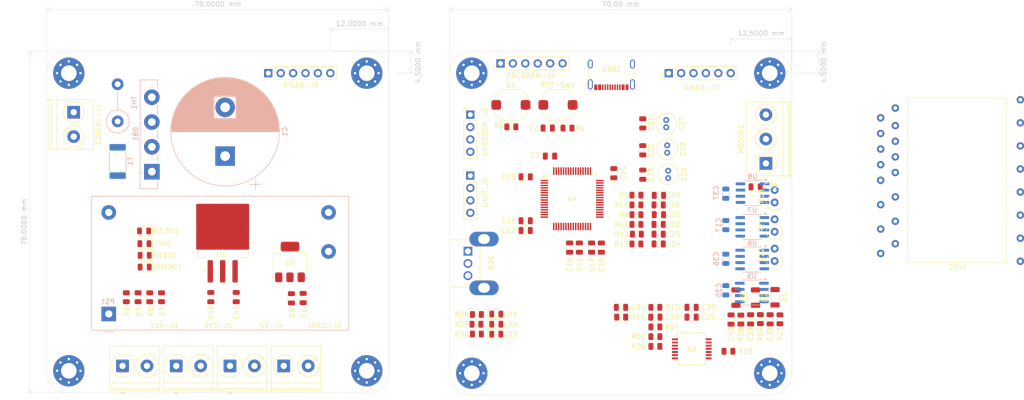
<source format=kicad_pcb>
(kicad_pcb (version 20241229) (generator "pcbnew") (generator_version "9.0")
  (layers (0 "F.Cu" signal) (4 "In1.Cu" signal) (6 "In2.Cu" signal) (2 "B.Cu" signal) (13 "F.Paste" user) (15 "B.Paste" user) (5 "F.SilkS" user "F.Silkscreen") (7 "B.SilkS" user "B.Silkscreen") (1 "F.Mask" user) (3 "B.Mask" user) (25 "Edge.Cuts" user))
  (net 0 "")
  (net 1 "GND")
  (net 2 "Fault")
  (net 3 "/U_Hi")
  (net 4 "/V_Hi")
  (net 5 "/W_Hi")
  (net 6 "/U_Lo")
  (net 7 "/V_Lo")
  (net 8 "/W_Lo")
  (net 9 "+15V")
  (net 10 "Net-(DRV1-VS(U))")
  (net 11 "Net-(DRV1-VB(U))")
  (net 12 "Net-(DRV1-VB(V))")
  (net 13 "Net-(DRV1-VS(V))")
  (net 14 "Net-(DRV1-VB(W))")
  (net 15 "Net-(DRV1-VS(W))")
  (net 16 "+3.3V")
  (net 17 "/ITRIP")
  (net 18 "+5V")
  (net 19 "/USB+")
  (net 20 "/USB-")
  (net 21 "/SWDIO")
  (net 22 "/SWO")
  (net 23 "/SWCLK")
  (net 24 "/USART2_TX")
  (net 25 "/USART2_RX")
  (net 26 "V-Hi")
  (net 27 "V-Lo")
  (net 28 "U-Lo")
  (net 29 "W-Lo")
  (net 30 "W-Hi")
  (net 31 "U-Hi")
  (net 32 "/VFO")
  (net 33 "ShutDown")
  (net 34 "T Monitor")
  (net 35 "Net-(DRV1-NV)")
  (net 36 "Net-(U3A--)")
  (net 37 "Net-(U3A-+)")
  (net 41 "+HV-DC")
  (net 42 "Net-(D3.3V1-K)")
  (net 43 "Net-(D5V1-K)")
  (net 44 "Net-(D15V1-K)")
  (net 45 "Net-(DHVDC1-K)")
  (net 46 "Net-(120VAC-J1-Pin_1)")
  (net 47 "Net-(120VAC-J1-Pin_2)")
  (net 49 "Net-(DRV1-NU)")
  (net 50 "Net-(DRV1-NW)")
  (net 51 "Net-(DB1-Pad3)")
  (net 52 "Net-(F1-Pad2)")
  (net 54 "Net-(D1-A)")
  (net 55 "Net-(D2-A)")
  (net 56 "Net-(D3-A)")
  (net 57 "I_V")
  (net 59 "I_U")
  (net 60 "I_W")
  (net 63 "/I_V-")
  (net 64 "/I_W-")
  (net 65 "/I_U-")
  (net 66 "/I_N+")
  (net 67 "/I_W+")
  (net 68 "/I_U+")
  (net 69 "/I_V+")
  (net 70 "I_N")
  (net 71 "Net-(LD1-K)")
  (net 72 "Net-(LD2-K)")
  (net 73 "Net-(LD3-K)")
  (net 75 "/ChB")
  (net 76 "/ChA")
  (net 77 "Net-(U4-PC2)")
  (net 93 "Net-(U4-PC13)")
  (net 105 "Net-(B1-Pad1)")
  (net 112 "/RST")
  (footprint "Resistor_SMD:R_0805_2012Metric" (layer "F.Cu") (at 153.5 119.5)
    (property "Reference" "R17" (at -3.5 0 0) (layer "F.SilkS"))
    (property "Value" "5k")
    (pad "1" smd roundrect (at -0.9125 0) (size 1.025 1.4) (layers "F.Cu" "F.Mask" "F.Paste") (roundrect_rratio 0.243902) (net 36 "Net-(U3A--)"))
    (pad "2" smd roundrect (at 0.9125 0) (size 1.025 1.4) (layers "F.Cu" "F.Mask" "F.Paste") (roundrect_rratio 0.243902) (net 34 "T Monitor"))
  )
  (footprint "Capacitor_SMD:C_0805_2012Metric" (layer "F.Cu") (at 67.7 111.392168 -90)
    (property "Reference" "C43" (at 3.2 0 90) (layer "F.SilkS"))
    (property "Value" "22u")
    (pad "1" smd roundrect (at -0.95 0 270) (size 1 1.45) (layers "F.Cu" "F.Mask" "F.Paste") (net 18 "+5V"))
    (pad "2" smd roundrect (at 0.95 0 270) (size 1 1.45) (layers "F.Cu" "F.Mask" "F.Paste") (net 1 "GND"))
  )
  (footprint "TerminalBlock_Phoenix:TerminalBlock_Phoenix_PT-1,5-2-5.0-H_1x02_P5.00mm_Horizontal" (layer "F.Cu") (at 34.425 73.5 -90)
    (property "Reference" "120VAC-J1" (at 2.5 -5.06 90) (layer "F.SilkS"))
    (property "Value" "Screw_Terminal_01x02")
    (pad "1" thru_hole rect (at 0 0 270) (size 2.6 2.6) (drill 1.3) (layers "*.Cu" "*.Mask") (net 46 "Net-(120VAC-J1-Pin_1)"))
    (pad "2" thru_hole circle (at 5 0 270) (size 2.6 2.6) (drill 1.3) (layers "*.Cu" "*.Mask") (net 47 "Net-(120VAC-J1-Pin_2)"))
  )
  (footprint "Capacitor_THT:C_Radial_D4.0mm_H7.0mm_P1.50mm" (layer "F.Cu") (at 156.125 85.5 -90)
    (property "Reference" "C29" (at 0.75 -3.25 90) (layer "F.SilkS"))
    (property "Value" "22u")
    (pad "1" thru_hole circle (at 0 0 270) (size 1.2 1.2) (drill 0.6) (layers "*.Cu" "*.Mask") (net 15 "Net-(DRV1-VS(W))"))
    (pad "2" thru_hole circle (at 1.5 0 270) (size 1.2 1.2) (drill 0.6) (layers "*.Cu" "*.Mask") (net 14 "Net-(DRV1-VB(W))"))
  )
  (footprint "LED_SMD:LED_0805_2012Metric" (layer "F.Cu") (at 120.9375 114.88)
    (property "Reference" "LD1" (at 2.9375 0.08 0) (layer "F.SilkS"))
    (property "Value" "LED")
    (pad "1" smd roundrect (at -0.9375 0) (size 0.975 1.4) (layers "F.Cu" "F.Mask" "F.Paste") (net 71 "Net-(LD1-K)"))
    (pad "2" smd roundrect (at 0.9375 0) (size 0.975 1.4) (layers "F.Cu" "F.Mask" "F.Paste"))
  )
  (footprint "Capacitor_SMD:C_0805_2012Metric" (layer "F.Cu") (at 81.4 111.592168 -90)
    (property "Reference" "C6" (at 3 -0.2 90) (layer "F.SilkS"))
    (property "Value" "22u")
    (pad "1" smd roundrect (at -0.95 0 270) (size 1 1.45) (layers "F.Cu" "F.Mask" "F.Paste") (net 18 "+5V"))
    (pad "2" smd roundrect (at 0.95 0 270) (size 1 1.45) (layers "F.Cu" "F.Mask" "F.Paste") (net 1 "GND"))
  )
  (footprint "Capacitor_SMD:C_0805_2012Metric" (layer "F.Cu") (at 62.5 111.392168 -90)
    (property "Reference" "C42" (at 3.2 0 90) (layer "F.SilkS"))
    (property "Value" "22u")
    (pad "1" smd roundrect (at -0.95 0 270) (size 1 1.45) (layers "F.Cu" "F.Mask" "F.Paste") (net 9 "+15V"))
    (pad "2" smd roundrect (at 0.95 0 270) (size 1 1.45) (layers "F.Cu" "F.Mask" "F.Paste") (net 1 "GND"))
  )
  (footprint "LED_SMD:LED_0805_2012Metric" (layer "F.Cu") (at 48.9625 105.242168 180)
    (property "Reference" "DHVDC1" (at -4.7375 0 0) (layer "F.SilkS"))
    (property "Value" "LED")
    (pad "1" smd roundrect (at -0.9375 0 180) (size 0.975 1.4) (layers "F.Cu" "F.Mask" "F.Paste") (net 45 "Net-(DHVDC1-K)"))
    (pad "2" smd roundrect (at 0.9375 0 180) (size 0.975 1.4) (layers "F.Cu" "F.Mask" "F.Paste") (net 41 "+HV-DC"))
  )
  (footprint "Capacitor_SMD:C_0805_2012Metric" (layer "F.Cu") (at 146.4625 113.5)
    (property "Reference" "C34" (at 3.5 0 0) (layer "F.SilkS"))
    (property "Value" "1n")
    (pad "1" smd roundrect (at -0.95 0) (size 1 1.45) (layers "F.Cu" "F.Mask" "F.Paste") (net 17 "/ITRIP"))
    (pad "2" smd roundrect (at 0.95 0) (size 1 1.45) (layers "F.Cu" "F.Mask" "F.Paste") (net 1 "GND"))
  )
  (footprint "Resistor_SMD:R_0805_2012Metric" (layer "F.Cu") (at 146.5 115.5)
    (property "Reference" "R16" (at 3.4125 0 0) (layer "F.SilkS"))
    (property "Value" "10k")
    (pad "1" smd roundrect (at -0.9125 0) (size 1.025 1.4) (layers "F.Cu" "F.Mask" "F.Paste") (roundrect_rratio 0.243902) (net 17 "/ITRIP"))
    (pad "2" smd roundrect (at 0.9125 0) (size 1.025 1.4) (layers "F.Cu" "F.Mask" "F.Paste") (roundrect_rratio 0.243902) (net 33 "ShutDown"))
  )
  (footprint "Connector_PinHeader_2.54mm:PinHeader_1x06_P2.54mm_Vertical" (layer "F.Cu") (at 121.805 63.5 90)
    (property "Reference" "PRGORAM-J4" (at -2.5 6.2 180) (layer "F.SilkS"))
    (property "Value" "Conn_01x06_Pin")
    (pad "1" thru_hole rect (at 0 0 90) (size 1.7 1.7) (drill 1) (layers "*.Cu" "*.Mask") (net 16 "+3.3V"))
    (pad "2" thru_hole oval (at 0 2.54 90) (size 1.7 1.7) (drill 1) (layers "*.Cu" "*.Mask") (net 21 "/SWDIO"))
    (pad "3" thru_hole oval (at 0 5.08 90) (size 1.7 1.7) (drill 1) (layers "*.Cu" "*.Mask") (net 23 "/SWCLK"))
    (pad "4" thru_hole oval (at 0 7.62 90) (size 1.7 1.7) (drill 1) (layers "*.Cu" "*.Mask") (net 22 "/SWO"))
    (pad "5" thru_hole oval (at 0 10.16 90) (size 1.7 1.7) (drill 1) (layers "*.Cu" "*.Mask") (net 112 "/RST"))
    (pad "6" thru_hole oval (at 0 12.7 90) (size 1.7 1.7) (drill 1) (layers "*.Cu" "*.Mask") (net 1 "GND"))
  )
  (footprint "TerminalBlock_Phoenix:TerminalBlock_Phoenix_PT-1,5-3-5.0-H_1x03_P5.00mm_Horizontal" (layer "F.Cu") (at 176.125 84 90)
    (property "Reference" "MOTOR1" (at 5 -5.06 90) (layer "F.SilkS"))
    (property "Value" "~")
    (pad "1" thru_hole rect (at 0 0 90) (size 2.6 2.6) (drill 1.3) (layers "*.Cu" "*.Mask") (net 64 "/I_W-"))
    (pad "2" thru_hole circle (at 5 0 90) (size 2.6 2.6) (drill 1.3) (layers "*.Cu" "*.Mask") (net 63 "/I_V-"))
    (pad "3" thru_hole circle (at 10 0 90) (size 2.6 2.6) (drill 1.3) (layers "*.Cu" "*.Mask") (net 65 "/I_U-"))
  )
  (footprint "Capacitor_SMD:C_0805_2012Metric" (layer "F.Cu") (at 135.95 101.25 -90)
    (property "Reference" "C16" (at 3.5 0 90) (layer "F.SilkS"))
    (property "Value" "1u")
    (pad "1" smd roundrect (at -0.95 0 270) (size 1 1.45) (layers "F.Cu" "F.Mask" "F.Paste") (net 16 "+3.3V"))
    (pad "2" smd roundrect (at 0.95 0 270) (size 1 1.45) (layers "F.Cu" "F.Mask" "F.Paste") (net 1 "GND"))
  )
  (footprint "Resistor_THT:R_Axial_DIN0309_L9.0mm_D3.2mm_P2.54mm_Vertical" (layer "F.Cu") (at 177.925 104 90)
    (property "Reference" "R22" (at 1.27 -2.72 90) (layer "F.SilkS"))
    (property "Value" "0R2")
    (pad "1" thru_hole circle (at 0 0 90) (size 1.6 1.6) (drill 0.8) (layers "*.Cu" "*.Mask") (net 50 "Net-(DRV1-NW)"))
    (pad "2" thru_hole oval (at 2.54 0 90) (size 1.6 1.6) (drill 0.8) (layers "*.Cu" "*.Mask") (net 66 "/I_N+"))
  )
  (footprint "MountingHole:MountingHole_3.2mm_M3_Pad_Via" (layer "F.Cu") (at 33.425 126.5)
    (property "Reference" "H3" (hide yes))
    (property "Value" "MountingHole")
    (pad "1" thru_hole circle (at -2.4 0) (size 0.8 0.8) (drill 0.5) (layers "*.Cu" "*.Mask"))
    (pad "1" thru_hole circle (at -1.697056 -1.697056) (size 0.8 0.8) (drill 0.5) (layers "*.Cu" "*.Mask"))
    (pad "1" thru_hole circle (at -1.697056 1.697056) (size 0.8 0.8) (drill 0.5) (layers "*.Cu" "*.Mask"))
    (pad "1" thru_hole circle (at 0 -2.4) (size 0.8 0.8) (drill 0.5) (layers "*.Cu" "*.Mask"))
    (pad "1" thru_hole circle (at 0 0) (size 6.4 6.4) (drill 3.2) (layers "*.Cu" "*.Mask"))
    (pad "1" thru_hole circle (at 0 2.4) (size 0.8 0.8) (drill 0.5) (layers "*.Cu" "*.Mask"))
    (pad "1" thru_hole circle (at 1.697056 -1.697056) (size 0.8 0.8) (drill 0.5) (layers "*.Cu" "*.Mask"))
    (pad "1" thru_hole circle (at 1.697056 1.697056) (size 0.8 0.8) (drill 0.5) (layers "*.Cu" "*.Mask"))
    (pad "1" thru_hole circle (at 2.4 0) (size 0.8 0.8) (drill 0.5) (layers "*.Cu" "*.Mask"))
  )
  (footprint "Capacitor_SMD:C_0805_2012Metric" (layer "F.Cu") (at 154.175 100.5)
    (property "Reference" "C24" (at 3 0 0) (layer "F.SilkS"))
    (property "Value" "1n")
    (pad "1" smd roundrect (at -0.95 0) (size 1 1.45) (layers "F.Cu" "F.Mask" "F.Paste") (net 8 "/W_Lo"))
    (pad "2" smd roundrect (at 0.95 0) (size 1 1.45) (layers "F.Cu" "F.Mask" "F.Paste") (net 1 "GND"))
  )
  (footprint "AliG:IGCM04F60GAXKMA1" (layer "F.Cu") (at 214.625 86.655)
    (property "Reference" "DRV1" (at 0.8 18.6 0) (layer "F.SilkS") (effects (font (thickness 0.1))))
    (property "Value" "~")
    (pad "1" thru_hole circle (at -15 15.8) (size 1.524 1.524) (drill 0.762) (layers "*.Cu" "*.Mask") (net 10 "Net-(DRV1-VS(U))"))
    (pad "2" thru_hole circle (at -12 13.8) (size 1.524 1.524) (drill 0.762) (layers "*.Cu" "*.Mask") (net 11 "Net-(DRV1-VB(U))"))
    (pad "3" thru_hole circle (at -15 10.8) (size 1.524 1.524) (drill 0.762) (layers "*.Cu" "*.Mask") (net 13 "Net-(DRV1-VS(V))"))
    (pad "4" thru_hole circle (at -12 9.2) (size 1.524 1.524) (drill 0.762) (layers "*.Cu" "*.Mask") (net 12 "Net-(DRV1-VB(V))"))
    (pad "5" thru_hole circle (at -15 5.8) (size 1.524 1.524) (drill 0.762) (layers "*.Cu" "*.Mask") (net 15 "Net-(DRV1-VS(W))"))
    (pad "6" thru_hole circle (at -12 4.2) (size 1.524 1.524) (drill 0.762) (layers "*.Cu" "*.Mask") (net 14 "Net-(DRV1-VB(W))"))
    (pad "7" thru_hole circle (at -15 0.8) (size 1.524 1.524) (drill 0.762) (layers "*.Cu" "*.Mask") (net 3 "/U_Hi"))
    (pad "8" thru_hole circle (at -12 -0.8) (size 1.524 1.524) (drill 0.762) (layers "*.Cu" "*.Mask") (net 4 "/V_Hi"))
    (pad "9" thru_hole circle (at -15 -2.4) (size 1.524 1.524) (drill 0.762) (layers "*.Cu" "*.Mask") (net 5 "/W_Hi"))
    (pad "10" thru_hole circle (at -12 -4) (size 1.524 1.524) (drill 0.762) (layers "*.Cu" "*.Mask") (net 6 "/U_Lo"))
    (pad "11" thru_hole circle (at -15 -5.6) (size 1.524 1.524) (drill 0.762) (layers "*.Cu" "*.Mask") (net 7 "/V_Lo"))
    (pad "12" thru_hole circle (at -12 -7.2) (size 1.524 1.524) (drill 0.762) (layers "*.Cu" "*.Mask") (net 8 "/W_Lo"))
    (pad "13" thru_hole circle (at -15 -8.8) (size 1.524 1.524) (drill 0.762) (layers "*.Cu" "*.Mask") (net 9 "+15V"))
    (pad "14" thru_hole circle (at -12 -10.4) (size 1.524 1.524) (drill 0.762) (layers "*.Cu" "*.Mask") (net 32 "/VFO"))
    (pad "15" thru_hole circle (at -15 -12) (size 1.524 1.524) (drill 0.762) (layers "*.Cu" "*.Mask") (net 17 "/ITRIP"))
    (pad "16" thru_hole circle (at -12 -14) (size 1.524 1.524) (drill 0.762) (layers "*.Cu" "*.Mask") (net 1 "GND"))
    (pad "17" thru_hole circle (at 13.6 -15.71) (size 1.524 1.524) (drill 0.762) (layers "*.Cu" "*.Mask") (net 50 "Net-(DRV1-NW)"))
    (pad "18" thru_hole circle (at 13.6 -10.98) (size 1.524 1.524) (drill 0.762) (layers "*.Cu" "*.Mask") (net 35 "Net-(DRV1-NV)"))
    (pad "19" thru_hole circle (at 13.6 -6.25) (size 1.524 1.524) (drill 0.762) (layers "*.Cu" "*.Mask") (net 49 "Net-(DRV1-NU)"))
    (pad "20" thru_hole circle (at 13.6 -1.52) (size 1.524 1.524) (drill 0.762) (layers "*.Cu" "*.Mask") (net 67 "/I_W+"))
    (pad "21" thru_hole circle (at 13.6 3.21) (size 1.524 1.524) (drill 0.762) (layers "*.Cu" "*.Mask") (net 69 "/I_V+"))
    (pad "22" thru_hole circle (at 13.6 7.94) (size 1.524 1.524) (drill 0.762) (layers "*.Cu" "*.Mask") (net 68 "/I_U+"))
    (pad "23" thru_hole circle (at 13.6 12.67) (size 1.524 1.524) (drill 0.762) (layers "*.Cu" "*.Mask") (net 41 "+HV-DC"))
    (pad "24" thru_hole circle (at 13.6 17.4) (size 1.524 1.524) (drill 0.762) (layers "*.Cu" "*.Mask"))
  )
  (footprint "Resistor_SMD:R_0805_2012Metric" (layer "F.Cu") (at 175 115.9125 -90)
    (property "Reference" "R24" (at 3.0875 0 90) (layer "F.SilkS"))
    (property "Value" "10k")
    (pad "1" smd roundrect (at -0.9125 0 270) (size 1.025 1.4) (layers "F.Cu" "F.Mask" "F.Paste") (roundrect_rratio 0.243902) (net 35 "Net-(DRV1-NV)"))
    (pad "2" smd roundrect (at 0.9125 0 270) (size 1.025 1.4) (layers "F.Cu" "F.Mask" "F.Paste") (roundrect_rratio 0.243902) (net 55 "Net-(D2-A)"))
  )
  (footprint "Resistor_SMD:R_0805_2012Metric" (layer "F.Cu") (at 116.875 116.96 180)
    (property "Reference" "R29" (at 3 0 0) (layer "F.SilkS"))
    (property "Value" "10k")
    (pad "1" smd roundrect (at -0.9125 0 180) (size 1.025 1.4) (layers "F.Cu" "F.Mask" "F.Paste") (roundrect_rratio 0.243902) (net 72 "Net-(LD2-K)"))
    (pad "2" smd roundrect (at 0.9125 0 180) (size 1.025 1.4) (layers "F.Cu" "F.Mask" "F.Paste") (roundrect_rratio 0.243902) (net 1 "GND"))
  )
  (footprint "Connector_PinHeader_2.54mm:PinHeader_1x04_P2.54mm_Vertical" (layer "F.Cu") (at 115.625 86.5)
    (property "Reference" "UART_J5" (at 3 3.5 90) (layer "F.SilkS"))
    (property "Value" "USART2")
    (pad "1" thru_hole rect (at 0 0) (size 1.7 1.7) (drill 1) (layers "*.Cu" "*.Mask") (net 16 "+3.3V"))
    (pad "2" thru_hole oval (at 0 2.54) (size 1.7 1.7) (drill 1) (layers "*.Cu" "*.Mask") (net 24 "/USART2_TX"))
    (pad "3" thru_hole oval (at 0 5.08) (size 1.7 1.7) (drill 1) (layers "*.Cu" "*.Mask") (net 25 "/USART2_RX"))
    (pad "4" thru_hole oval (at 0 7.62) (size 1.7 1.7) (drill 1) (layers "*.Cu" "*.Mask") (net 1 "GND"))
  )
  (footprint "Resistor_SMD:R_0805_2012Metric" (layer "F.Cu") (at 149.625 90.5 180)
    (property "Reference" "R9" (at 2.5 0 0) (layer "F.SilkS"))
    (property "Value" "100")
    (pad "1" smd roundrect (at -0.9125 0 180) (size 1.025 1.4) (layers "F.Cu" "F.Mask" "F.Paste") (roundrect_rratio 0.243902) (net 3 "/U_Hi"))
    (pad "2" smd roundrect (at 0.9125 0 180) (size 1.025 1.4) (layers "F.Cu" "F.Mask" "F.Paste") (roundrect_rratio 0.243902) (net 31 "U-Hi"))
  )
  (footprint "Resistor_SMD:R_0805_2012Metric" (layer "F.Cu") (at 135.5125 76.75 180)
    (property "Reference" "R1" (at -2.5875 0 0) (layer "F.SilkS"))
    (property "Value" "10k")
    (pad "1" smd roundrect (at -0.9125 0 180) (size 1.025 1.4) (layers "F.Cu" "F.Mask" "F.Paste") (roundrect_rratio 0.243902) (net 16 "+3.3V"))
    (pad "2" smd roundrect (at 0.9125 0 180) (size 1.025 1.4) (layers "F.Cu" "F.Mask" "F.Paste") (roundrect_rratio 0.243902) (net 112 "/RST"))
  )
  (footprint "Resistor_SMD:R_0805_2012Metric" (layer "F.Cu") (at 149.625 94.5 180)
    (property "Reference" "R8" (at 2.5 0 0) (layer "F.SilkS"))
    (property "Value" "100")
    (pad "1" smd roundrect (at -0.9125 0 180) (size 1.025 1.4) (layers "F.Cu" "F.Mask" "F.Paste") (roundrect_rratio 0.243902) (net 5 "/W_Hi"))
    (pad "2" smd roundrect (at 0.9125 0 180) (size 1.025 1.4) (layers "F.Cu" "F.Mask" "F.Paste") (roundrect_rratio 0.243902) (net 30 "W-Hi"))
  )
  (footprint "Capacitor_SMD:C_0805_2012Metric" (layer "F.Cu") (at 137.95 101.25 90)
    (property "Reference" "C41" (at -3.55 0 90) (layer "F.SilkS"))
    (property "Value" "100n")
    (pad "1" smd roundrect (at -0.95 0 90) (size 1 1.45) (layers "F.Cu" "F.Mask" "F.Paste") (net 1 "GND"))
    (pad "2" smd roundrect (at 0.95 0 90) (size 1 1.45) (layers "F.Cu" "F.Mask" "F.Paste") (net 16 "+3.3V"))
  )
  (footprint "Resistor_SMD:R_0805_2012Metric" (layer "F.Cu") (at 149.625 96.5 180)
    (property "Reference" "R11" (at 3 0 0) (layer "F.SilkS"))
    (property "Value" "100")
    (pad "1" smd roundrect (at -0.9125 0 180) (size 1.025 1.4) (layers "F.Cu" "F.Mask" "F.Paste") (roundrect_rratio 0.243902) (net 6 "/U_Lo"))
    (pad "2" smd roundrect (at 0.9125 0 180) (size 1.025 1.4) (layers "F.Cu" "F.Mask" "F.Paste") (roundrect_rratio 0.243902) (net 28 "U-Lo"))
  )
  (footprint "Resistor_SMD:R_0805_2012Metric" (layer "F.Cu") (at 116.9625 118.96 180)
    (property "Reference" "R30" (at 3.0875 0 0) (layer "F.SilkS"))
    (property "Value" "10k")
    (pad "1" smd roundrect (at -0.9125 0 180) (size 1.025 1.4) (layers "F.Cu" "F.Mask" "F.Paste") (roundrect_rratio 0.243902) (net 73 "Net-(LD3-K)"))
    (pad "2" smd roundrect (at 0.9125 0 180) (size 1.025 1.4) (layers "F.Cu" "F.Mask" "F.Paste") (roundrect_rratio 0.243902) (net 1 "GND"))
  )
  (footprint "TerminalBlock_Phoenix:TerminalBlock_Phoenix_PT-1,5-2-5.0-H_1x02_P5.00mm_Horizontal" (layer "F.Cu") (at 44.425 125.5)
    (property "Reference" "15V-J3" (at 8.475 -8.277832 0) (layer "F.SilkS"))
    (property "Value" "Screw_Terminal_01x02")
    (pad "1" thru_hole roundrect (at 0 0) (size 2.6 2.6) (drill 1.3) (layers "*.Cu" "*.Mask") (roundrect_rratio 0.096154) (net 9 "+15V"))
    (pad "2" thru_hole circle (at 5 0) (size 2.6 2.6) (drill 1.3) (layers "*.Cu" "*.Mask") (net 1 "GND"))
  )
  (footprint "TerminalBlock_Phoenix:TerminalBlock_Phoenix_PT-1,5-2-5.0-H_1x02_P5.00mm_Horizontal" (layer "F.Cu") (at 55.425 125.5)
    (property "Reference" "3V3-J5" (at 8.475 -8.277832 0) (layer "F.SilkS"))
    (property "Value" "Screw_Terminal_01x02")
    (pad "1" thru_hole roundrect (at 0 0) (size 2.6 2.6) (drill 1.3) (layers "*.Cu" "*.Mask") (roundrect_rratio 0.096154) (net 16 "+3.3V"))
    (pad "2" thru_hole circle (at 5 0) (size 2.6 2.6) (drill 1.3) (layers "*.Cu" "*.Mask") (net 1 "GND"))
  )
  (footprint "AliG:TRIM_PTV09A-2015U-B103" (layer "F.Cu") (at 115.125 104.5 -90)
    (property "Reference" "R26" (at -0.17075 -4.8 90) (layer "F.SilkS"))
    (property "Value" "PTV09A-2015U-B103")
    (pad "1" thru_hole rect (at -2.5 0 270) (size 1.8 1.8) (drill 1.2) (layers "*.Cu" "*.Mask") (net 1 "GND"))
    (pad "2" thru_hole circle (at 0 0 270) (size 1.8 1.8) (drill 1.2) (layers "*.Cu" "*.Mask") (net 77 "Net-(U4-PC2)"))
    (pad "3" thru_hole circle (at 2.5 0 270) (size 1.8 1.8) (drill 1.2) (layers "*.Cu" "*.Mask") (net 16 "+3.3V"))
    (pad "SH1" thru_hole oval (at -5 -3.3 270) (size 3 6) (drill oval 2 2.4) (layers "*.Cu" "*.Mask"))
    (pad "SH2" thru_hole oval (at 5 -3.3 270) (size 3 6) (drill oval 2 2.4) (layers "*.Cu" "*.Mask"))
  )
  (footprint "Button_Switch_SMD:SW_Push_1TS009xxxx-xxxx-xxxx_6x6x5mm" (layer "F.Cu") (at 123.925 72)
    (property "Reference" "B1" (at 0 -4 0) (layer "F.SilkS"))
    (property "Value" "B1")
    (pad "1" smd roundrect (at -3 0) (size 2 2) (layers "F.Cu" "F.Mask" "F.Paste") (net 105 "Net-(B1-Pad1)"))
    (pad "2" smd roundrect (at 3 0) (size 2 2) (layers "F.Cu" "F.Mask" "F.Paste") (net 93 "Net-(U4-PC13)"))
  )
  (footprint "LED_SMD:LED_0805_2012Metric" (layer "F.Cu") (at 120.9375 116.96)
    (property "Reference" "LD2" (at 2.9375 0.04 0) (layer "F.SilkS"))
    (property "Value" "LED")
    (pad "1" smd roundrect (at -0.9375 0) (size 0.975 1.4) (layers "F.Cu" "F.Mask" "F.Paste") (net 72 "Net-(LD2-K)"))
    (pad "2" smd roundrect (at 0.9375 0) (size 0.975 1.4) (layers "F.Cu" "F.Mask" "F.Paste"))
  )
  (footprint "TerminalBlock_Phoenix:TerminalBlock_Phoenix_PT-1,5-2-5.0-H_1x02_P5.00mm_Horizontal" (layer "F.Cu") (at 66.425 125.5)
    (property "Reference" "5V-J4" (at 8.475 -8.277832 0) (layer "F.SilkS"))
    (property "Value" "Screw_Terminal_01x02")
    (pad "1" thru_hole roundrect (at 0 0) (size 2.6 2.6) (drill 1.3) (layers "*.Cu" "*.Mask") (roundrect_rratio 0.096154) (net 18 "+5V"))
    (pad "2" thru_hole circle (at 5 0) (size 2.6 2.6) (drill 1.3) (layers "*.Cu" "*.Mask") (net 1 "GND"))
  )
  (footprint "Resistor_SMD:R_0805_2012Metric" (layer "F.Cu") (at 47.6 111.429668 -90)
    (property "Reference" "R3" (at 3 -0.2 90) (layer "F.SilkS"))
    (property "Value" "10k")
    (pad "1" smd roundrect (at -0.9125 0 270) (size 1.025 1.4) (layers "F.Cu" "F.Mask" "F.Paste") (roundrect_rratio 0.243902) (net 44 "Net-(D15V1-K)"))
    (pad "2" smd roundrect (at 0.9125 0 270) (size 1.025 1.4) (layers "F.Cu" "F.Mask" "F.Paste") (roundrect_rratio 0.243902) (net 1 "GND"))
  )
  (footprint "Resistor_SMD:R_0805_2012Metric" (layer "F.Cu") (at 52.4 111.429668 -90)
    (property "Reference" "R7" (at 3 -0.2 90) (layer "F.SilkS"))
    (property "Value" "1k")
    (pad "1" smd roundrect (at -0.9125 0 270) (size 1.025 1.4) (layers "F.Cu" "F.Mask" "F.Paste") (roundrect_rratio 0.243902) (net 42 "Net-(D3.3V1-K)"))
    (pad "2" smd roundrect (at 0.9125 0 270) (size 1.025 1.4) (layers "F.Cu" "F.Mask" "F.Paste") (roundrect_rratio 0.243902) (net 1 "GND"))
  )
  (footprint "Package_SO:SSOP-14_5.3x6.2mm_P0.65mm" (layer "F.Cu") (at 160.9625 122)
    (property "Reference" "U3" (at 0 0 0) (layer "F.SilkS"))
    (property "Value" "LM324")
    (pad "1" smd rect (at -3.45 -1.95) (size 1.2 0.4) (layers "F.Cu" "F.Mask" "F.Paste") (net 34 "T Monitor"))
    (pad "2" smd rect (at -3.45 -1.3) (size 1.2 0.4) (layers "F.Cu" "F.Mask" "F.Paste") (net 36 "Net-(U3A--)"))
    (pad "3" smd rect (at -3.45 -0.65) (size 1.2 0.4) (layers "F.Cu" "F.Mask" "F.Paste") (net 37 "Net-(U3A-+)"))
    (pad "4" smd rect (at -3.45 0) (size 1.2 0.4) (layers "F.Cu" "F.Mask" "F.Paste") (net 18 "+5V"))
    (pad "5" smd rect (at -3.45 0.65) (size 1.2 0.4) (layers "F.Cu" "F.Mask" "F.Paste"))
    (pad "6" smd rect (at -3.45 1.3) (size 1.2 0.4) (layers "F.Cu" "F.Mask" "F.Paste"))
    (pad "7" smd rect (at -3.45 1.95) (size 1.2 0.4) (layers "F.Cu" "F.Mask" "F.Paste"))
    (pad "8" smd rect (at 3.45 1.95) (size 1.2 0.4) (layers "F.Cu" "F.Mask" "F.Paste"))
    (pad "9" smd rect (at 3.45 1.3) (size 1.2 0.4) (layers "F.Cu" "F.Mask" "F.Paste"))
    (pad "10" smd rect (at 3.45 0.65) (size 1.2 0.4) (layers "F.Cu" "F.Mask" "F.Paste"))
    (pad "11" smd rect (at 3.45 0) (size 1.2 0.4) (layers "F.Cu" "F.Mask" "F.Paste") (net 1 "GND"))
    (pad "12" smd rect (at 3.45 -0.65) (size 1.2 0.4) (layers "F.Cu" "F.Mask" "F.Paste"))
    (pad "13" smd rect (at 3.45 -1.3) (size 1.2 0.4) (layers "F.Cu" "F.Mask" "F.Paste"))
    (pad "14" smd rect (at 3.45 -1.95) (size 1.2 0.4) (layers "F.Cu" "F.Mask" "F.Paste"))
  )
  (footprint "Inductor_SMD:L_1206_3216Metric" (layer "F.Cu") (at 170 111.5 -90)
    (property "Reference" "D3" (at 0 -1.9 90) (layer "F.SilkS"))
    (property "Value" "D")
    (pad "1" smd roundrect (at -1.575 0 270) (size 1.05 1.9) (layers "F.Cu" "F.Mask" "F.Paste") (roundrect_rratio 0.238095) (net 17 "/ITRIP"))
    (pad "2" smd roundrect (at 1.575 0 270) (size 1.05 1.9) (layers "F.Cu" "F.Mask" "F.Paste") (roundrect_rratio 0.238095) (net 56 "Net-(D3-A)"))
  )
  (footprint "Package_TO_SOT_SMD:SOT-223-3_TabPin2" (layer "F.Cu") (at 78.7 104.192168 90)
    (property "Reference" "U2" (at -0.125 0.065 180) (layer "F.SilkS"))
    (property "Value" "AMS1117-3.3")
    (pad "1" smd roundrect (at -3.15 -2.3 90) (size 2 1.5) (layers "F.Cu" "F.Mask" "F.Paste") (net 1 "GND"))
    (pad "2" smd roundrect (at -3.15 0 90) (size 2 1.5) (layers "F.Cu" "F.Mask" "F.Paste") (net 16 "+3.3V"))
    (pad "2" smd roundrect (at 3.15 0 90) (size 2 3.8) (layers "F.Cu" "F.Mask" "F.Paste") (net 16 "+3.3V"))
    (pad "3" smd roundrect (at -3.15 2.3 90) (size 2 1.5) (layers "F.Cu" "F.Mask" "F.Paste") (net 18 "+5V"))
  )
  (footprint "Capacitor_SMD:C_0805_2012Metric" (layer "F.Cu") (at 126.95 97.75 180)
    (property "Reference" "C12" (at 3.5 0 0) (layer "F.SilkS"))
    (property "Value" "100n")
    (pad "1" smd roundrect (at -0.95 0 180) (size 1 1.45) (layers "F.Cu" "F.Mask" "F.Paste") (net 16 "+3.3V"))
    (pad "2" smd roundrect (at 0.95 0 180) (size 1 1.45) (layers "F.Cu" "F.Mask" "F.Paste") (net 1 "GND"))
  )
  (footprint "Capacitor_THT:C_Radial_D4.0mm_H7.0mm_P1.50mm" (layer "F.Cu") (at 155.925 80.3 -90)
    (property "Reference" "C28" (at 0.75 -3.25 90) (layer "F.SilkS"))
    (property "Value" "22u")
    (pad "1" thru_hole circle (at 0 0 270) (size 1.2 1.2) (drill 0.6) (layers "*.Cu" "*.Mask") (net 13 "Net-(DRV1-VS(V))"))
    (pad "2" thru_hole circle (at 1.5 0 270) (size 1.2 1.2) (drill 0.6) (layers "*.Cu" "*.Mask") (net 12 "Net-(DRV1-VB(V))"))
  )
  (footprint "Capacitor_SMD:C_0805_2012Metric" (layer "F.Cu") (at 154.225 94.5)
    (property "Reference" "C21" (at 2.95 -0.06 0) (layer "F.SilkS"))
    (property "Value" "1n")
    (pad "1" smd roundrect (at -0.95 0) (size 1 1.45) (layers "F.Cu" "F.Mask" "F.Paste") (net 5 "/W_Hi"))
    (pad "2" smd roundrect (at 0.95 0) (size 1 1.45) (layers "F.Cu" "F.Mask" "F.Paste") (net 1 "GND"))
  )
  (footprint "Capacitor_SMD:C_0805_2012Metric" (layer "F.Cu") (at 160.9125 113.5)
    (property "Reference" "C30" (at 3.45 0 0) (layer "F.SilkS"))
    (property "Value" "1n")
    (pad "1" smd roundrect (at -0.95 0) (size 1 1.45) (layers "F.Cu" "F.Mask" "F.Paste") (net 9 "+15V"))
    (pad "2" smd roundrect (at 0.95 0) (size 1 1.45) (layers "F.Cu" "F.Mask" "F.Paste") (net 1 "GND"))
  )
  (footprint "MountingHole:MountingHole_3.2mm_M3_Pad_Via" (layer "F.Cu") (at 176.925 65.5)
    (property "Reference" "H6" (hide yes))
    (property "Value" "MountingHole")
    (pad "1" thru_hole circle (at -2.4 0) (size 0.8 0.8) (drill 0.5) (layers "*.Cu" "*.Mask"))
    (pad "1" thru_hole circle (at -1.697056 -1.697056) (size 0.8 0.8) (drill 0.5) (layers "*.Cu" "*.Mask"))
    (pad "1" thru_hole circle (at -1.697056 1.697056) (size 0.8 0.8) (drill 0.5) (layers "*.Cu" "*.Mask"))
    (pad "1" thru_hole circle (at 0 -2.4) (size 0.8 0.8) (drill 0.5) (layers "*.Cu" "*.Mask"))
    (pad "1" thru_hole circle (at 0 0) (size 6.4 6.4) (drill 3.2) (layers "*.Cu" "*.Mask"))
    (pad "1" thru_hole circle (at 0 2.4) (size 0.8 0.8) (drill 0.5) (layers "*.Cu" "*.Mask"))
    (pad "1" thru_hole circle (at 1.697056 -1.697056) (size 0.8 0.8) (drill 0.5) (layers "*.Cu" "*.Mask"))
    (pad "1" thru_hole circle (at 1.697056 1.697056) (size 0.8 0.8) (drill 0.5) (layers "*.Cu" "*.Mask"))
    (pad "1" thru_hole circle (at 2.4 0) (size 0.8 0.8) (drill 0.5) (layers "*.Cu" "*.Mask"))
  )
  (footprint "Resistor_SMD:R_0805_2012Metric" (layer "F.Cu") (at 45.2 111.429668 -90)
    (property "Reference" "R2" (at 3 0 90) (layer "F.SilkS"))
    (property "Value" "100k")
    (pad "1" smd roundrect (at -0.9125 0 270) (size 1.025 1.4) (layers "F.Cu" "F.Mask" "F.Paste") (roundrect_rratio 0.243902) (net 45 "Net-(DHVDC1-K)"))
    (pad "2" smd roundrect (at 0.9125 0 270) (size 1.025 1.4) (layers "F.Cu" "F.Mask" "F.Paste") (roundrect_rratio 0.243902) (net 1 "GND"))
  )
  (footprint "MountingHole:MountingHole_3.2mm_M3_Pad_Via" (layer "F.Cu") (at 94.425 65.5)
    (property "Reference" "H2" (hide yes))
    (property "Value" "MountingHole")
    (pad "1" thru_hole circle (at -2.4 0) (size 0.8 0.8) (drill 0.5) (layers "*.Cu" "*.Mask"))
    (pad "1" thru_hole circle (at -1.697056 -1.697056) (size 0.8 0.8) (drill 0.5) (layers "*.Cu" "*.Mask"))
    (pad "1" thru_hole circle (at -1.697056 1.697056) (size 0.8 0.8) (drill 0.5) (layers "*.Cu" "*.Mask"))
    (pad "1" thru_hole circle (at 0 -2.4) (size 0.8 0.8) (drill 0.5) (layers "*.Cu" "*.Mask"))
    (pad "1" thru_hole circle (at 0 0) (size 6.4 6.4) (drill 3.2) (layers "*.Cu" "*.Mask"))
    (pad "1" thru_hole circle (at 0 2.4) (size 0.8 0.8) (drill 0.5) (layers "*.Cu" "*.Mask"))
    (pad "1" thru_hole circle (at 1.697056 -1.697056) (size 0.8 0.8) (drill 0.5) (layers "*.Cu" "*.Mask"))
    (pad "1" thru_hole circle (at 1.697056 1.697056) (size 0.8 0.8) (drill 0.5) (layers "*.Cu" "*.Mask"))
    (pad "1" thru_hole circle (at 2.4 0) (size 0.8 0.8) (drill 0.5) (layers "*.Cu" "*.Mask"))
  )
  (footprint "Connector_PinHeader_2.54mm:PinHeader_1x06_P2.54mm_Vertical" (layer "F.Cu") (at 156.225 65.5 90)
    (property "Reference" "RISER-J7" (at -3 6.7 180) (layer "F.SilkS"))
    (property "Value" "Conn_01x06_Pin")
    (pad "1" thru_hole rect (at 0 0 90) (size 1.7 1.7) (drill 1) (layers "*.Cu" "*.Mask") (net 1 "GND"))
    (pad "2" thru_hole oval (at 0 2.54 90) (size 1.7 1.7) (drill 1) (layers "*.Cu" "*.Mask") (net 16 "+3.3V"))
    (pad "3" thru_hole oval (at 0 5.08 90) (size 1.7 1.7) (drill 1) (layers "*.Cu" "*.Mask") (net 18 "+5V"))
    (pad "4" thru_hole oval (at 0 7.62 90) (size 1.7 1.7) (drill 1) (layers "*.Cu" "*.Mask") (net 9 "+15V"))
    (pad "5" thru_hole oval (at 0 10.16 90) (size 1.7 1.7) (drill 1) (layers "*.Cu" "*.Mask") (net 1 "GND"))
    (pad "6" thru_hole oval (at 0 12.7 90) (size 1.7 1.7) (drill 1) (layers "*.Cu" "*.Mask") (net 41 "+HV-DC"))
  )
  (footprint "Capacitor_SMD:C_0805_2012Metric" (layer "F.Cu") (at 150.925 86.3 -90)
    (property "Reference" "C33" (at 0 -1.68 90) (layer "F.SilkS"))
    (property "Value" "100n")
    (pad "1" smd roundrect (at -0.95 0 270) (size 1 1.45) (layers "F.Cu" "F.Mask" "F.Paste") (net 15 "Net-(DRV1-VS(W))"))
    (pad "2" smd roundrect (at 0.95 0 270) (size 1 1.45) (layers "F.Cu" "F.Mask" "F.Paste") (net 14 "Net-(DRV1-VB(W))"))
  )
  (footprint "Package_QFP:LQFP-64_10x10mm_P0.5mm" (layer "F.Cu") (at 136.45 91.25)
    (property "Reference" "U4" (at 0 0 0) (layer "F.SilkS"))
    (property "Value" "STM32G431RBTx")
    (pad "1" smd roundrect (at -5.675 -3.75) (size 1.55 0.3) (layers "F.Cu" "F.Mask" "F.Paste") (net 16 "+3.3V"))
    (pad "2" smd roundrect (at -5.675 -3.25) (size 1.55 0.3) (layers "F.Cu" "F.Mask" "F.Paste") (net 93 "Net-(U4-PC13)"))
    (pad "3" smd roundrect (at -5.675 -2.75) (size 1.55 0.3) (layers "F.Cu" "F.Mask" "F.Paste"))
    (pad "4" smd roundrect (at -5.675 -2.25) (size 1.55 0.3) (layers "F.Cu" "F.Mask" "F.Paste"))
    (pad "5" smd roundrect (at -5.675 -1.75) (size 1.55 0.3) (layers "F.Cu" "F.Mask" "F.Paste"))
    (pad "6" smd roundrect (at -5.675 -1.25) (size 1.55 0.3) (layers "F.Cu" "F.Mask" "F.Paste"))
    (pad "7" smd roundrect (at -5.675 -0.75) (size 1.55 0.3) (layers "F.Cu" "F.Mask" "F.Paste") (net 112 "/RST"))
    (pad "8" smd roundrect (at -5.675 -0.25) (size 1.55 0.3) (layers "F.Cu" "F.Mask" "F.Paste") (net 33 "ShutDown"))
    (pad "9" smd roundrect (at -5.675 0.25) (size 1.55 0.3) (layers "F.Cu" "F.Mask" "F.Paste") (net 2 "Fault"))
    (pad "10" smd roundrect (at -5.675 0.75) (size 1.55 0.3) (layers "F.Cu" "F.Mask" "F.Paste") (net 77 "Net-(U4-PC2)"))
    (pad "11" smd roundrect (at -5.675 1.25) (size 1.55 0.3) (layers "F.Cu" "F.Mask" "F.Paste"))
    (pad "12" smd roundrect (at -5.675 1.75) (size 1.55 0.3) (layers "F.Cu" "F.Mask" "F.Paste") (net 34 "T Monitor"))
    (pad "13" smd roundrect (at -5.675 2.25) (size 1.55 0.3) (layers "F.Cu" "F.Mask" "F.Paste") (net 24 "/USART2_TX"))
    (pad "14" smd roundrect (at -5.675 2.75) (size 1.55 0.3) (layers "F.Cu" "F.Mask" "F.Paste") (net 25 "/USART2_RX"))
    (pad "15" smd roundrect (at -5.675 3.25) (size 1.55 0.3) (layers "F.Cu" "F.Mask" "F.Paste") (net 1 "GND"))
    (pad "16" smd roundrect (at -5.675 3.75) (size 1.55 0.3) (layers "F.Cu" "F.Mask" "F.Paste") (net 16 "+3.3V"))
    (pad "17" smd roundrect (at -3.75 5.675) (size 0.3 1.55) (layers "F.Cu" "F.Mask" "F.Paste"))
    (pad "18" smd roundrect (at -3.25 5.675) (size 0.3 1.55) (layers "F.Cu" "F.Mask" "F.Paste"))
    (pad "19" smd roundrect (at -2.75 5.675) (size 0.3 1.55) (layers "F.Cu" "F.Mask" "F.Paste") (net 59 "I_U"))
    (pad "20" smd roundrect (at -2.25 5.675) (size 0.3 1.55) (layers "F.Cu" "F.Mask" "F.Paste") (net 57 "I_V"))
    (pad "21" smd roundrect (at -1.75 5.675) (size 0.3 1.55) (layers "F.Cu" "F.Mask" "F.Paste"))
    (pad "22" smd roundrect (at -1.25 5.675) (size 0.3 1.55) (layers "F.Cu" "F.Mask" "F.Paste"))
    (pad "23" smd roundrect (at -0.75 5.675) (size 0.3 1.55) (layers "F.Cu" "F.Mask" "F.Paste") (net 76 "/ChA"))
    (pad "24" smd roundrect (at -0.25 5.675) (size 0.3 1.55) (layers "F.Cu" "F.Mask" "F.Paste") (net 60 "I_W"))
    (pad "25" smd roundrect (at 0.25 5.675) (size 0.3 1.55) (layers "F.Cu" "F.Mask" "F.Paste") (net 70 "I_N"))
    (pad "26" smd roundrect (at 0.75 5.675) (size 0.3 1.55) (layers "F.Cu" "F.Mask" "F.Paste"))
    (pad "27" smd roundrect (at 1.25 5.675) (size 0.3 1.55) (layers "F.Cu" "F.Mask" "F.Paste") (net 1 "GND"))
    (pad "28" smd roundrect (at 1.75 5.675) (size 0.3 1.55) (layers "F.Cu" "F.Mask" "F.Paste") (net 16 "+3.3V"))
    (pad "29" smd roundrect (at 2.25 5.675) (size 0.3 1.55) (layers "F.Cu" "F.Mask" "F.Paste") (net 16 "+3.3V"))
    (pad "30" smd roundrect (at 2.75 5.675) (size 0.3 1.55) (layers "F.Cu" "F.Mask" "F.Paste"))
    (pad "31" smd roundrect (at 3.25 5.675) (size 0.3 1.55) (layers "F.Cu" "F.Mask" "F.Paste") (net 1 "GND"))
    (pad "32" smd roundrect (at 3.75 5.675) (size 0.3 1.55) (layers "F.Cu" "F.Mask" "F.Paste") (net 16 "+3.3V"))
    (pad "33" smd roundrect (at 5.675 3.75) (size 1.55 0.3) (layers "F.Cu" "F.Mask" "F.Paste"))
    (pad "34" smd roundrect (at 5.675 3.25) (size 1.55 0.3) (layers "F.Cu" "F.Mask" "F.Paste"))
    (pad "35" smd roundrect (at 5.675 2.75) (size 1.55 0.3) (layers "F.Cu" "F.Mask" "F.Paste") (net 28 "U-Lo"))
    (pad "36" smd roundrect (at 5.675 2.25) (size 1.55 0.3) (layers "F.Cu" "F.Mask" "F.Paste") (net 27 "V-Lo"))
    (pad "37" smd roundrect (at 5.675 1.75) (size 1.55 0.3) (layers "F.Cu" "F.Mask" "F.Paste") (net 29 "W-Lo"))
    (pad "38" smd roundrect (at 5.675 1.25) (size 1.55 0.3) (layers "F.Cu" "F.Mask" "F.Paste") (net 75 "/ChB"))
    (pad "39" smd roundrect (at 5.675 0.75) (size 1.55 0.3) (layers "F.Cu" "F.Mask" "F.Paste"))
    (pad "40" smd roundrect (at 5.675 0.25) (size 1.55 0.3) (layers "F.Cu" "F.Mask" "F.Paste"))
    (pad "41" smd roundrect (at 5.675 -0.25) (size 1.55 0.3) (layers "F.Cu" "F.Mask" "F.Paste"))
    (pad "42" smd roundrect (at 5.675 -0.75) (size 1.55 0.3) (layers "F.Cu" "F.Mask" "F.Paste") (net 31 "U-Hi"))
    (pad "43" smd roundrect (at 5.675 -1.25) (size 1.55 0.3) (layers "F.Cu" "F.Mask" "F.Paste") (net 26 "V-Hi"))
    (pad "44" smd roundrect (at 5.675 -1.75) (size 1.55 0.3) (layers "F.Cu" "F.Mask" "F.Paste") (net 30 "W-Hi"))
    (pad "45" smd roundrect (at 5.675 -2.25) (size 1.55 0.3) (layers "F.Cu" "F.Mask" "F.Paste") (net 20 "/USB-"))
    (pad "46" smd roundrect (at 5.675 -2.75) (size 1.55 0.3) (layers "F.Cu" "F.Mask" "F.Paste") (net 19 "/USB+"))
    (pad "47" smd roundrect (at 5.675 -3.25) (size 1.55 0.3) (layers "F.Cu" "F.Mask" "F.Paste") (net 1 "GND"))
    (pad "48" smd roundrect (at 5.675 -3.75) (size 1.55 0.3) (layers "F.Cu" "F.Mask" "F.Paste") (net 16 "+3.3V"))
    (pad "49" smd roundrect (at 3.75 -5.675) (size 0.3 1.55) (layers "F.Cu" "F.Mask" "F.Paste") (net 21 "/SWDIO"))
    (pad "50" smd roundrect (at 3.25 -5.675) (size 0.3 1.55) (layers "F.Cu" "F.Mask" "F.Paste") (net 23 "/SWCLK"))
    (pad "51" smd roundrect (at 2.75 -5.675) (size 0.3 1.55) (layers "F.Cu" "F.Mask" "F.Paste"))
    (pad "52" smd roundrect (at 2.25 -5.675) (size 0.3 1.55) (layers "F.Cu" "F.Mask" "F.Paste"))
    (pad "53" smd roundrect (at 1.75 -5.675) (size 0.3 1.55) (layers "F.Cu" "F.Mask" "F.Paste"))
    (pad "54" smd roundrect (at 1.25 -5.675) (size 0.3 1.55) (layers "F.Cu" "F.Mask" "F.Paste"))
    (pad "55" smd roundrect (at 0.75 -5.675) (size 0.3 1.55) (layers "F.Cu" "F.Mask" "F.Paste"))
    (pad "56" smd roundrect (at 0.25 -5.675) (size 0.3 1.55) (layers "F.Cu" "F.Mask" "F.Paste") (net 22 "/SWO"))
    (pad "57" smd roundrect (at -0.25 -5.675) (size 0.3 1.55) (layers "F.Cu" "F.Mask" "F.Paste"))
    (pad "58" smd roundrect (at -0.75 -5.675) (size 0.3 1.55) (layers "F.Cu" "F.Mask" "F.Paste"))
    (pad "59" smd roundrect (at -1.25 -5.675) (size 0.3 1.55) (layers "F.Cu" "F.Mask" "F.Paste"))
    (pad "60" smd roundrect (at -1.75 -5.675) (size 0.3 1.55) (layers "F.Cu" "F.Mask" "F.Paste"))
    (pad "61" smd roundrect (at -2.25 -5.675) (size 0.3 1.55) (layers "F.Cu" "F.Mask" "F.Paste"))
    (pad "62" smd roundrect (at -2.75 -5.675) (size 0.3 1.55) (layers "F.Cu" "F.Mask" "F.Paste"))
    (pad "63" smd roundrect (at -3.25 -5.675) (size 0.3 1.55) (layers "F.Cu" "F.Mask" "F.Paste") (net 1 "GND"))
    (pad "64" smd roundrect (at -3.75 -5.675) (size 0.3 1.55) (layers "F.Cu" "F.Mask" "F.Paste") (net 16 "+3.3V"))
  )
  (footprint "MountingHole:MountingHole_3.2mm_M3_Pad_Via" (layer "F.Cu") (at 115.925 65.5)
    (property "Reference" "H5" (hide yes))
    (property "Value" "MountingHole")
    (pad "1" thru_hole circle (at -2.4 0) (size 0.8 0.8) (drill 0.5) (layers "*.Cu" "*.Mask"))
    (pad "1" thru_hole circle (at -1.697056 -1.697056) (size 0.8 0.8) (drill 0.5) (layers "*.Cu" "*.Mask"))
    (pad "1" thru_hole circle (at -1.697056 1.697056) (size 0.8 0.8) (drill 0.5) (layers "*.Cu" "*.Mask"))
    (pad "1" thru_hole circle (at 0 -2.4) (size 0.8 0.8) (drill 0.5) (layers "*.Cu" "*.Mask"))
    (pad "1" thru_hole circle (at 0 0) (size 6.4 6.4) (drill 3.2) (layers "*.Cu" "*.Mask"))
    (pad "1" thru_hole circle (at 0 2.4) (size 0.8 0.8) (drill 0.5) (layers "*.Cu" "*.Mask"))
    (pad "1" thru_hole circle (at 1.697056 -1.697056) (size 0.8 0.8) (drill 0.5) (layers "*.Cu" "*.Mask"))
    (pad "1" thru_hole circle (at 1.697056 1.697056) (size 0.8 0.8) (drill 0.5) (layers "*.Cu" "*.Mask"))
    (pad "1" thru_hole circle (at 2.4 0) (size 0.8 0.8) (drill 0.5) (layers "*.Cu" "*.Mask"))
  )
  (footprint "Resistor_SMD:R_0805_2012Metric" (layer "F.Cu") (at 171 116 -90)
    (property "Reference" "R25" (at 3 0 90) (layer "F.SilkS"))
    (property "Value" "10k")
    (pad "1" smd roundrect (at -0.9125 0 270) (size 1.025 1.4) (layers "F.Cu" "F.Mask" "F.Paste") (roundrect_rratio 0.243902) (net 50 "Net-(DRV1-NW)"))
    (pad "2" smd roundrect (at 0.9125 0 270) (size 1.025 1.4) (layers "F.Cu" "F.Mask" "F.Paste") (roundrect_rratio 0.243902) (net 56 "Net-(D3-A)"))
  )
  (footprint "Connector_PinHeader_2.54mm:PinHeader_1x04_P2.54mm_Vertical" (layer "F.Cu") (at 115.625 74)
    (property "Reference" "ENCODER-J2" (at 3 3.5 90) (layer "F.SilkS"))
    (property "Value" "Encoder")
    (pad "1" thru_hole rect (at 0 0) (size 1.7 1.7) (drill 1) (layers "*.Cu" "*.Mask") (net 18 "+5V"))
    (pad "2" thru_hole oval (at 0 2.54) (size 1.7 1.7) (drill 1) (layers "*.Cu" "*.Mask") (net 76 "/ChA"))
    (pad "3" thru_hole oval (at 0 5.08) (size 1.7 1.7) (drill 1) (layers "*.Cu" "*.Mask") (net 75 "/ChB"))
    (pad "4" thru_hole oval (at 0 7.62) (size 1.7 1.7) (drill 1) (layers "*.Cu" "*.Mask") (net 1 "GND"))
  )
  (footprint "Capacitor_SMD:C_0805_2012Metric" (layer "F.Cu") (at 150.925 75.8 -90)
    (property "Reference" "C31" (at 0 -1.68 90) (layer "F.SilkS"))
    (property "Value" "100n")
    (pad "1" smd roundrect (at -0.95 0 270) (size 1 1.45) (layers "F.Cu" "F.Mask" "F.Paste") (net 10 "Net-(DRV1-VS(U))"))
    (pad "2" smd roundrect (at 0.95 0 270) (size 1 1.45) (layers "F.Cu" "F.Mask" "F.Paste") (net 11 "Net-(DRV1-VB(U))"))
  )
  (footprint "MountingHole:MountingHole_3.2mm_M3_Pad_Via" (layer "F.Cu") (at 176.925 127)
    (property "Reference" "H8" (hide yes))
    (property "Value" "MountingHole")
    (pad "1" thru_hole circle (at -2.4 0) (size 0.8 0.8) (drill 0.5) (layers "*.Cu" "*.Mask"))
    (pad "1" thru_hole circle (at -1.697056 -1.697056) (size 0.8 0.8) (drill 0.5) (layers "*.Cu" "*.Mask"))
    (pad "1" thru_hole circle (at -1.697056 1.697056) (size 0.8 0.8) (drill 0.5) (layers "*.Cu" "*.Mask"))
    (pad "1" thru_hole circle (at 0 -2.4) (size 0.8 0.8) (drill 0.5) (layers "*.Cu" "*.Mask"))
    (pad "1" thru_hole circle (at 0 0) (size 6.4 6.4) (drill 3.2) (layers "*.Cu" "*.Mask"))
    (pad "1" thru_hole circle (at 0 2.4) (size 0.8 0.8) (drill 0.5) (layers "*.Cu" "*.Mask"))
    (pad "1" thru_hole circle (at 1.697056 -1.697056) (size 0.8 0.8) (drill 0.5) (layers "*.Cu" "*.Mask"))
    (pad "1" thru_hole circle (at 1.697056 1.697056) (size 0.8 0.8) (drill 0.5) (layers "*.Cu" "*.Mask"))
    (pad "1" thru_hole circle (at 2.4 0) (size 0.8 0.8) (drill 0.5) (layers "*.Cu" "*.Mask"))
  )
  (footprint "Capacitor_SMD:C_0805_2012Metric" (layer "F.Cu") (at 142.45 101.25 -90)
    (property "Reference" "C15" (at 3.5 0 90) (layer "F.SilkS"))
    (property "Value" "10n")
    (pad "1" smd roundrect (at -0.95 0 270) (size 1 1.45) (layers "F.Cu" "F.Mask" "F.Paste") (net 16 "+3.3V"))
    (pad "2" smd roundrect (at 0.95 0 270) (size 1 1.45) (layers "F.Cu" "F.Mask" "F.Paste") (net 1 "GND"))
  )
  (footprint "LED_SMD:LED_0805_2012Metric" (layer "F.Cu") (at 48.9625 102.842168 180)
    (property "Reference" "D15V1" (at -4.1375 0 0) (layer "F.SilkS"))
    (property "Value" "LED")
    (pad "1" smd roundrect (at -0.9375 0 180) (size 0.975 1.4) (layers "F.Cu" "F.Mask" "F.Paste") (net 44 "Net-(D15V1-K)"))
    (pad "2" smd roundrect (at 0.9375 0 180) (size 0.975 1.4) (layers "F.Cu" "F.Mask" "F.Paste") (net 9 "+15V"))
  )
  (footprint "Inductor_SMD:L_1206_3216Metric" (layer "F.Cu") (at 178 111.425 -90)
    (property "Reference" "D1" (at 0 -1.9 90) (layer "F.SilkS"))
    (property "Value" "D")
    (pad "1" smd roundrect (at -1.575 0 270) (size 1.05 1.9) (layers "F.Cu" "F.Mask" "F.Paste") (roundrect_rratio 0.238095) (net 17 "/ITRIP"))
    (pad "2" smd roundrect (at 1.575 0 270) (size 1.05 1.9) (layers "F.Cu" "F.Mask" "F.Paste") (roundrect_rratio 0.238095) (net 54 "Net-(D1-A)"))
  )
  (footprint "Capacitor_SMD:C_0805_2012Metric" (layer "F.Cu") (at 131.4625 76.75 180)
    (property "Reference" "C2" (at 2.8625 0 0) (layer "F.SilkS"))
    (property "Value" "100n")
    (pad "1" smd roundrect (at -0.95 0 180) (size 1 1.45) (layers "F.Cu" "F.Mask" "F.Paste") (net 112 "/RST"))
    (pad "2" smd roundrect (at 0.95 0 180) (size 1 1.45) (layers "F.Cu" "F.Mask" "F.Paste") (net 1 "GND"))
  )
  (footprint "Capacitor_SMD:C_0805_2012Metric" (layer "F.Cu") (at 154.175 96.5)
    (property "Reference" "C22" (at 2.95 0 0) (layer "F.SilkS"))
    (property "Value" "1n")
    (pad "1" smd roundrect (at -0.95 0) (size 1 1.45) (layers "F.Cu" "F.Mask" "F.Paste") (net 6 "/U_Lo"))
    (pad "2" smd roundrect (at 0.95 0) (size 1 1.45) (layers "F.Cu" "F.Mask" "F.Paste") (net 1 "GND"))
  )
  (footprint "Capacitor_SMD:C_0805_2012Metric" (layer "F.Cu") (at 79 111.642168 -90)
    (property "Reference" "C9" (at 2.95 -0.2 90) (layer "F.SilkS"))
    (property "Value" "22u")
    (pad "1" smd roundrect (at -0.95 0 270) (size 1 1.45) (layers "F.Cu" "F.Mask" "F.Paste") (net 16 "+3.3V"))
    (pad "2" smd roundrect (at 0.95 0 270) (size 1 1.45) (layers "F.Cu" "F.Mask" "F.Paste") (net 1 "GND"))
  )
  (footprint "Capacitor_SMD:C_0805_2012Metric" (layer "F.Cu") (at 131.925 82.5 180)
    (property "Reference" "C7" (at 3 0.1125 0) (layer "F.SilkS"))
    (property "Value" "4u7")
    (pad "1" smd roundrect (at -0.95 0 180) (size 1 1.45) (layers "F.Cu" "F.Mask" "F.Paste") (net 16 "+3.3V"))
    (pad "2" smd roundrect (at 0.95 0 180) (size 1 1.45) (layers "F.Cu" "F.Mask" "F.Paste") (net 1 "GND"))
  )
  (footprint "Package_TO_SOT_SMD:TO-263-3_TabPin2" (layer "F.Cu") (at 64.925 98.467168 90)
    (property "Reference" "U1" (at -4.25 -0.26 0) (layer "F.SilkS"))
    (property "Value" "L7805")
    (pad "1" smd roundrect (at -7.65 -2.54 90) (size 4.6 1.1) (layers "F.Cu" "F.Mask" "F.Paste") (roundrect_rratio 0.227273) (net 9 "+15V"))
    (pad "2" smd roundrect (at -7.65 0 90) (size 4.6 1.1) (layers "F.Cu" "F.Mask" "F.Paste") (roundrect_rratio 0.227273) (net 1 "GND"))
    (pad "2" smd roundrect (at -0.925 -2.775 90) (size 4.55 5.25) (layers "F.Cu" "F.Paste") (roundrect_rratio 0.054945) (net 1 "GND"))
    (pad "2" smd roundrect (at -0.925 2.775 90) (size 4.55 5.25) (layers "F.Cu" "F.Paste") (roundrect_rratio 0.054945) (net 1 "GND"))
    (pad "2" smd roundrect (at 1.5 0 90) (size 9.4 10.8) (layers "F.Cu" "F.Mask") (roundrect_rratio 0.026596) (net 1 "GND"))
    (pad "2" smd roundrect (at 3.925 -2.775 90) (size 4.55 5.25) (layers "F.Cu" "F.Paste") (roundrect_rratio 0.054945) (net 1 "GND"))
    (pad "2" smd roundrect (at 3.925 2.775 90) (size 4.55 5.25) (layers "F.Cu" "F.Paste") (roundrect_rratio 0.054945) (net 1 "GND"))
    (pad "3" smd roundrect (at -7.65 2.54 90) (size 4.6 1.1) (layers "F.Cu" "F.Mask" "F.Paste") (roundrect_rratio 0.227273) (net 18 "+5V"))
  )
  (footprint "Resistor_SMD:R_0805_2012Metric" (layer "F.Cu") (at 124.0125 76.5)
    (property "Reference" "R5" (at -2.55 -0.25 0) (layer "F.SilkS"))
    (property "Value" "10k")
    (pad "1" smd roundrect (at -0.9125 0) (size 1.025 1.4) (layers "F.Cu" "F.Mask" "F.Paste") (roundrect_rratio 0.243902) (net 105 "Net-(B1-Pad1)"))
    (pad "2" smd roundrect (at 0.9125 0) (size 1.025 1.4) (layers "F.Cu" "F.Mask" "F.Paste") (roundrect_rratio 0.243902) (net 16 "+3.3V"))
  )
  (footprint "Resistor_SMD:R_0805_2012Metric" (layer "F.Cu") (at 168.4625 122.5 180)
    (property "Reference" "R19" (at -3.5 0 0) (layer "F.SilkS"))
    (property "Value" "10k")
    (pad "1" smd roundrect (at -0.9125 0 180) (size 1.025 1.4) (layers "F.Cu" "F.Mask" "F.Paste") (roundrect_rratio 0.243902) (net 1 "GND"))
    (pad "2" smd roundrect (at 0.9125 0 180) (size 1.025 1.4) (layers "F.Cu" "F.Mask" "F.Paste") (roundrect_rratio 0.243902) (net 36 "Net-(U3A--)"))
  )
  (footprint "Capacitor_SMD:C_0805_2012Metric" (layer "F.Cu") (at 173 115.95 90)
    (property "Reference" "C39" (at -3.05 0 90) (layer "F.SilkS"))
    (property "Value" "100n")
    (pad "1" smd roundrect (at -0.95 0 90) (size 1 1.45) (layers "F.Cu" "F.Mask" "F.Paste") (net 1 "GND"))
    (pad "2" smd roundrect (at 0.95 0 90) (size 1 1.45) (layers "F.Cu" "F.Mask" "F.Paste") (net 55 "Net-(D2-A)"))
  )
  (footprint "TerminalBlock_Phoenix:TerminalBlock_Phoenix_PT-1,5-2-5.0-H_1x02_P5.00mm_Horizontal" (layer "F.Cu") (at 77.425 125.5)
    (property "Reference" "HVDC-J2" (at 8.475 -8.217832 0) (layer "F.SilkS"))
    (property "Value" "Screw_Terminal_01x02")
    (pad "1" thru_hole rect (at 0 0) (size 2.6 2.6) (drill 1.3) (layers "*.Cu" "*.Mask") (net 41 "+HV-DC"))
    (pad "2" thru_hole circle (at 5 0) (size 2.6 2.6) (drill 1.3) (layers "*.Cu" "*.Mask") (net 1 "GND"))
  )
  (footprint "Capacitor_SMD:C_0805_2012Metric" (layer "F.Cu") (at 154.175 98.5)
    (property "Reference" "C23" (at 2.95 0 0) (layer "F.SilkS"))
    (property "Value" "1n")
    (pad "1" smd roundrect (at -0.95 0) (size 1 1.45) (layers "F.Cu" "F.Mask" "F.Paste") (net 7 "/V_Lo"))
    (pad "2" smd roundrect (at 0.95 0) (size 1 1.45) (layers "F.Cu" "F.Mask" "F.Paste") (net 1 "GND"))
  )
  (footprint "Capacitor_SMD:C_0805_2012Metric" (layer "F.Cu") (at 145 86 90)
    (property "Reference" "C14" (at 0 2 90) (layer "F.SilkS"))
    (property "Value" "100n")
    (pad "1" smd roundrect (at -0.95 0 90) (size 1 1.45) (layers "F.Cu" "F.Mask" "F.Paste") (net 16 "+3.3V"))
    (pad "2" smd roundrect (at 0.95 0 90) (size 1 1.45) (layers "F.Cu" "F.Mask" "F.Paste") (net 1 "GND"))
  )
  (footprint "Resistor_SMD:R_0805_2012Metric" (layer "F.Cu") (at 50 111.429668 -90)
    (property "Reference" "R6" (at 3 -0.2 90) (layer "F.SilkS"))
    (property "Value" "1k")
    (pad "1" smd roundrect (at -0.9125 0 270) (size 1.025 1.4) (layers "F.Cu" "F.Mask" "F.Paste") (roundrect_rratio 0.243902) (net 43 "Net-(D5V1-K)"))
    (pad "2" smd roundrect (at 0.9125 0 270) (size 1.025 1.4) (layers "F.Cu" "F.Mask" "F.Paste") (roundrect_rratio 0.243902) (net 1 "GND"))
  )
  (footprint "Resistor_SMD:R_0805_2012Metric" (layer "F.Cu") (at 116.9625 114.96 180)
    (property "Reference" "R28" (at 3.0875 0 0) (layer "F.SilkS"))
    (property "Value" "10k")
    (pad "1" smd roundrect (at -0.9125 0 180) (size 1.025 1.4) (layers "F.Cu" "F.Mask" "F.Paste") (roundrect_rratio 0.243902) (net 71 "Net-(LD1-K)"))
    (pad "2" smd roundrect (at 0.9125 0 180) (size 1.025 1.4) (layers "F.Cu" "F.Mask" "F.Paste") (roundrect_rratio 0.243902) (net 1 "GND"))
  )
  (footprint "Capacitor_SMD:C_0805_2012Metric" (layer "F.Cu") (at 154.175 92.5)
    (property "Reference" "C20" (at 2.95 -0.05 0) (layer "F.SilkS"))
    (property "Value" "1n")
    (pad "1" smd roundrect (at -0.95 0) (size 1 1.45) (layers "F.Cu" "F.Mask" "F.Paste") (net 4 "/V_Hi"))
    (pad "2" smd roundrect (at 0.95 0) (size 1 1.45) (layers "F.Cu" "F.Mask" "F.Paste") (net 1 "GND"))
  )
  (footprint "Resistor_SMD:R_0805_2012Metric" (layer "F.Cu") (at 153.5 121.5)
    (property "Reference" "R20" (at -3.5 0 0) (layer "F.SilkS"))
    (property "Value" "10k")
    (pad "1" smd roundrect (at -0.9125 0) (size 1.025 1.4) (layers "F.Cu" "F.Mask" "F.Paste") (roundrect_rratio 0.243902) (net 32 "/VFO"))
    (pad "2" smd roundrect (at 0.9125 0) (size 1.025 1.4) (layers "F.Cu" "F.Mask" "F.Paste") (roundrect_rratio 0.243902) (net 37 "Net-(U3A-+)"))
  )
  (footprint "Button_Switch_SMD:SW_Push_1TS009xxxx-xxxx-xxxx_6x6x5mm" (layer "F.Cu") (at 133.5625 72)
    (property "Reference" "RST-SW1" (at 0 -4.064 0) (layer "F.SilkS"))
    (property "Value" "Reset")
    (pad "1" smd roundrect (at -3 0) (size 2 2) (layers "F.Cu" "F.Mask" "F.Paste") (net 1 "GND"))
    (pad "2" smd roundrect (at 3 0) (size 2 2) (layers "F.Cu" "F.Mask" "F.Paste") (net 112 "/RST"))
  )
  (footprint "MountingHole:MountingHole_3.2mm_M3_Pad_Via" (layer "F.Cu") (at 115.925 127)
    (property "Reference" "H7" (hide yes))
    (property "Value" "MountingHole")
    (pad "1" thru_hole circle (at -2.4 0) (size 0.8 0.8) (drill 0.5) (layers "*.Cu" "*.Mask"))
    (pad "1" thru_hole circle (at -1.697056 -1.697056) (size 0.8 0.8) (drill 0.5) (layers "*.Cu" "*.Mask"))
    (pad "1" thru_hole circle (at -1.697056 1.697056) (size 0.8 0.8) (drill 0.5) (layers "*.Cu" "*.Mask"))
    (pad "1" thru_hole circle (at 0 -2.4) (size 0.8 0.8) (drill 0.5) (layers "*.Cu" "*.Mask"))
    (pad "1" thru_hole circle (at 0 0) (size 6.4 6.4) (drill 3.2) (layers "*.Cu" "*.Mask"))
    (pad "1" thru_hole circle (at 0 2.4) (size 0.8 0.8) (drill 0.5) (layers "*.Cu" "*.Mask"))
    (pad "1" thru_hole circle (at 1.697056 -1.697056) (size 0.8 0.8) (drill 0.5) (layers "*.Cu" "*.Mask"))
    (pad "1" thru_hole circle (at 1.697056 1.697056) (size 0.8 0.8) (drill 0.5) (layers "*.Cu" "*.Mask"))
    (pad "1" thru_hole circle (at 2.4 0) (size 0.8 0.8) (drill 0.5) (layers "*.Cu" "*.Mask"))
  )
  (footprint "LED_SMD:LED_0805_2012Metric" (layer "F.Cu") (at 48.9 100.442168 180)
    (property "Reference" "D5V1" (at -3.8 0 0) (layer "F.SilkS"))
    (property "Value" "LED")
    (pad "1" smd roundrect (at -0.9375 0 180) (size 0.975 1.4) (layers "F.Cu" "F.Mask" "F.Paste") (net 43 "Net-(D5V1-K)"))
    (pad "2" smd roundrect (at 0.9375 0 180) (size 0.975 1.4) (layers "F.Cu" "F.Mask" "F.Paste") (net 18 "+5V"))
  )
  (footprint "Resistor_THT:R_Axial_DIN0309_L9.0mm_D3.2mm_P2.54mm_Vertical" (layer "F.Cu") (at 177.925 92 90)
    (property "Reference" "R18" (at 1.27 -2.72 90) (layer "F.SilkS"))
    (property "Value" "0R2")
    (pad "1" thru_hole circle (at 0 0 90) (size 1.6 1.6) (drill 0.8) (layers "*.Cu" "*.Mask") (net 49 "Net-(DRV1-NU)"))
    (pad "2" thru_hole oval (at 2.54 0 90) (size 1.6 1.6) (drill 0.8) (layers "*.Cu" "*.Mask") (net 66 "/I_N+"))
  )
  (footprint "Capacitor_SMD:C_0805_2012Metric" (layer "F.Cu") (at 153.5 115.5)
    (property "Reference" "C18" (at 3.5 0 0) (layer "F.SilkS"))
    (property "Value" "1n")
    (pad "1" smd roundrect (at -0.95 0) (size 1 1.45) (layers "F.Cu" "F.Mask" "F.Paste") (net 2 "Fault"))
    (pad "2" smd roundrect (at 0.95 0) (size 1 1.45) (layers "F.Cu" "F.Mask" "F.Paste") (net 1 "GND"))
  )
  (footprint "LED_SMD:LED_0805_2012Metric" (layer "F.Cu") (at 120.9375 119)
    (property "Reference" "LD3" (at 2.9375 0 0) (layer "F.SilkS"))
    (property "Value" "LED")
    (pad "1" smd roundrect (at -0.9375 0) (size 0.975 1.4) (layers "F.Cu" "F.Mask" "F.Paste") (net 73 "Net-(LD3-K)"))
    (pad "2" smd roundrect (at 0.9375 0) (size 0.975 1.4) (layers "F.Cu" "F.Mask" "F.Paste"))
  )
  (footprint "Capacitor_SMD:C_0805_2012Metric" (layer "F.Cu") (at 140.45 101.25 -90)
    (property "Reference" "C13" (at 3.55 0 90) (layer "F.SilkS"))
    (property "Value" "100n")
    (pad "1" smd roundrect (at -0.95 0 270) (size 1 1.45) (layers "F.Cu" "F.Mask" "F.Paste") (net 16 "+3.3V"))
    (pad "2" smd roundrect (at 0.95 0 270) (size 1 1.45) (layers "F.Cu" "F.Mask" "F.Paste") (net 1 "GND"))
  )
  (footprint "Capacitor_SMD:C_0805_2012Metric" (layer "F.Cu") (at 154.225 90.54)
    (property "Reference" "C19" (at 2.95 -0.04 0) (layer "F.SilkS"))
    (property "Value" "1n")
    (pad "1" smd roundrect (at -0.95 0) (size 1 1.45) (layers "F.Cu" "F.Mask" "F.Paste") (net 3 "/U_Hi"))
    (pad "2" smd roundrect (at 0.95 0) (size 1 1.45) (layers "F.Cu" "F.Mask" "F.Paste") (net 1 "GND"))
  )
  (footprint "Resistor_THT:R_Axial_DIN0309_L9.0mm_D3.2mm_P2.54mm_Vertical" (layer "F.Cu") (at 177.925 98 90)
    (property "Reference" "R21" (at 1.27 -2.72 90) (layer "F.SilkS"))
    (property "Value" "0R2")
    (pad "1" thru_hole circle (at 0 0 90) (size 1.6 1.6) (drill 0.8) (layers "*.Cu" "*.Mask") (net 35 "Net-(DRV1-NV)"))
    (pad "2" thru_hole oval (at 2.54 0 90) (size 1.6 1.6) (drill 0.8) (layers "*.Cu" "*.Mask") (net 66 "/I_N+"))
  )
  (footprint "Resistor_SMD:R_0805_2012Metric" (layer "F.Cu") (at 149.7125 98.5 180)
    (property "Reference" "R12" (at 3.0875 0 0) (layer "F.SilkS"))
    (property "Value" "100")
    (pad "1" smd roundrect (at -0.9125 0 180) (size 1.025 1.4) (layers "F.Cu" "F.Mask" "F.Paste") (roundrect_rratio 0.243902) (net 7 "/V_Lo"))
    (pad "2" smd roundrect (at 0.9125 0 180) (size 1.025 1.4) (layers "F.Cu" "F.Mask" "F.Paste") (roundrect_rratio 0.243902) (net 27 "V-Lo"))
  )
  (footprint "LED_SMD:LED_0805_2012Metric" (layer "F.Cu") (at 48.8375 97.842168 180)
    (property "Reference" "D3.3V1" (at -4.4625 0 0) (layer "F.SilkS"))
    (property "Value" "LED")
    (pad "1" smd roundrect (at -0.9375 0 180) (size 0.975 1.4) (layers "F.Cu" "F.Mask" "F.Paste") (net 42 "Net-(D3.3V1-K)"))
    (pad "2" smd roundrect (at 0.9375 0 180) (size 0.975 1.4) (layers "F.Cu" "F.Mask" "F.Paste") (net 16 "+3.3V"))
  )
  (footprint "Capacitor_SMD:C_0805_2012Metric" (layer "F.Cu") (at 169 116 90)
    (property "Reference" "C40" (at -3 0 90) (layer "F.SilkS"))
    (property "Value" "100n")
    (pad "1" smd roundrect (at -0.95 0 90) (size 1 1.45) (layers "F.Cu" "F.Mask" "F.Paste") (net 1 "GND"))
    (pad "2" smd roundrect (at 0.95 0 90) (size 1 1.45) (layers "F.Cu" "F.Mask" "F.Paste") (net 56 "Net-(D3-A)"))
  )
  (footprint "Capacitor_SMD:C_0805_2012Metric" (layer "F.Cu") (at 126.95 86.75 180)
    (property "Reference" "C10" (at 3.5 0 0) (layer "F.SilkS"))
    (property "Value" "100n")
    (pad "1" smd roundrect (at -0.95 0 180) (size 1 1.45) (layers "F.Cu" "F.Mask" "F.Paste") (net 16 "+3.3V"))
    (pad "2" smd roundrect (at 0.95 0 180) (size 1 1.45) (layers "F.Cu" "F.Mask" "F.Paste") (net 1 "GND"))
  )
  (footprint "Connector_PinHeader_2.54mm:PinHeader_1x06_P2.54mm_Vertical" (layer "F.Cu") (at 74.265 65.5 90)
    (property "Reference" "RISER-J6" (at -2.5 6.7 0) (layer "F.SilkS"))
    (property "Value" "Conn_01x06_Pin")
    (pad "1" thru_hole rect (at 0 0 90) (size 1.7 1.7) (drill 1) (layers "*.Cu" "*.Mask") (net 1 "GND"))
    (pad "2" thru_hole oval (at 0 2.54 90) (size 1.7 1.7) (drill 1) (layers "*.Cu" "*.Mask") (net 16 "+3.3V"))
    (pad "3" thru_hole oval (at 0 5.08 90) (size 1.7 1.7) (drill 1) (layers "*.Cu" "*.Mask") (net 18 "+5V"))
    (pad "4" thru_hole oval (at 0 7.62 90) (size 1.7 1.7) (drill 1) (layers "*.Cu" "*.Mask") (net 9 "+15V"))
    (pad "5" thru_hole oval (at 0 10.16 90) (size 1.7 1.7) (drill 1) (layers "*.Cu" "*.Mask") (net 1 "GND"))
    (pad "6" thru_hole oval (at 0 12.7 90) (size 1.7 1.7) (drill 1) (layers "*.Cu" "*.Mask") (net 41 "+HV-DC"))
  )
  (footprint "Capacitor_THT:C_Radial_D4.0mm_H7.0mm_P1.50mm" (layer "F.Cu") (at 155.725 75.1 -90)
    (property "Reference" "C27" (at 0.75 -3.25 90) (layer "F.SilkS"))
    (property "Value" "22u")
    (pad "1" thru_hole circle (at 0 0 270) (size 1.2 1.2) (drill 0.6) (layers "*.Cu" "*.Mask") (net 10 "Net-(DRV1-VS(U))"))
    (pad "2" thru_hole circle (at 1.5 0 270) (size 1.2 1.2) (drill 0.6) (layers "*.Cu" "*.Mask") (net 11 "Net-(DRV1-VB(U))"))
  )
  (footprint "Resistor_SMD:R_0805_2012Metric" (layer "F.Cu") (at 179 115.95 90)
    (property "Reference" "R23" (at -3 0 90) (layer "F.SilkS"))
    (property "Value" "10k")
    (pad "1" smd roundrect (at -0.9125 0 90) (size 1.025 1.4) (layers "F.Cu" "F.Mask" "F.Paste") (roundrect_rratio 0.243902) (net 49 "Net-(DRV1-NU)"))
    (pad "2" smd roundrect (at 0.9125 0 90) (size 1.025 1.4) (layers "F.Cu" "F.Mask" "F.Paste") (roundrect_rratio 0.243902) (net 54 "Net-(D1-A)"))
  )
  (footprint "Capacitor_SMD:C_0805_2012Metric" (layer "F.Cu") (at 150.925 81.3 -90)
    (property "Reference" "C32" (at 0 -1.68 90) (layer "F.SilkS"))
    (property "Value" "100n")
    (pad "1" smd roundrect (at -0.95 0 270) (size 1 1.45) (layers "F.Cu" "F.Mask" "F.Paste") (net 13 "Net-(DRV1-VS(V))"))
    (pad "2" smd roundrect (at 0.95 0 270) (size 1 1.45) (layers "F.Cu" "F.Mask" "F.Paste") (net 12 "Net-(DRV1-VB(V))"))
  )
  (footprint "MountingHole:MountingHole_3.2mm_M3_Pad_Via" (layer "F.Cu") (at 94.425 126.5)
    (property "Reference" "H4" (hide yes))
    (property "Value" "MountingHole")
    (pad "1" thru_hole circle (at -2.4 0) (size 0.8 0.8) (drill 0.5) (layers "*.Cu" "*.Mask"))
    (pad "1" thru_hole circle (at -1.697056 -1.697056) (size 0.8 0.8) (drill 0.5) (layers "*.Cu" "*.Mask"))
    (pad "1" thru_hole circle (at -1.697056 1.697056) (size 0.8 0.8) (drill 0.5) (layers "*.Cu" "*.Mask"))
    (pad "1" thru_hole circle (at 0 -2.4) (size 0.8 0.8) (drill 0.5) (layers "*.Cu" "*.Mask"))
    (pad "1" thru_hole circle (at 0 0) (size 6.4 6.4) (drill 3.2) (layers "*.Cu" "*.Mask"))
    (pad "1" thru_hole circle (at 0 2.4) (size 0.8 0.8) (drill 0.5) (layers "*.Cu" "*.Mask"))
    (pad "1" thru_hole circle (at 1.697056 -1.697056) (size 0.8 0.8) (drill 0.5) (layers "*.Cu" "*.Mask"))
    (pad "1" thru_hole circle (at 1.697056 1.697056) (size 0.8 0.8) (drill 0.5) (layers "*.Cu" "*.Mask"))
    (pad "1" thru_hole circle (at 2.4 0) (size 0.8 0.8) (drill 0.5) (layers "*.Cu" "*.Mask"))
  )
  (footprint "Resistor_SMD:R_0805_2012Metric" (layer "F.Cu") (at 153.5 117.5)
    (property "Reference" "R14" (at 3.4125 0 0) (layer "F.SilkS"))
    (property "Value" "10k")
    (pad "1" smd roundrect (at -0.9125 0) (size 1.025 1.4) (layers "F.Cu" "F.Mask" "F.Paste") (roundrect_rratio 0.243902) (net 32 "/VFO"))
    (pad "2" smd roundrect (at 0.9125 0) (size 1.025 1.4) (layers "F.Cu" "F.Mask" "F.Paste") (roundrect_rratio 0.243902) (net 16 "+3.3V"))
  )
  (footprint "Inductor_SMD:L_1206_3216Metric" (layer "F.Cu") (at 174 111.5 -90)
    (property "Reference" "D2" (at 0 -1.9 90) (layer "F.SilkS"))
    (property "Value" "D")
    (pad "1" smd roundrect (at -1.575 0 270) (size 1.05 1.9) (layers "F.Cu" "F.Mask" "F.Paste") (roundrect_rratio 0.238095) (net 17 "/ITRIP"))
    (pad "2" smd roundrect (at 1.575 0 270) (size 1.05 1.9) (layers "F.Cu" "F.Mask" "F.Paste") (roundrect_rratio 0.238095) (net 55 "Net-(D2-A)"))
  )
  (footprint "Connector_USB:USB_C_Receptacle_GCT_USB4105-xx-A_16P_TopMnt_Horizontal" (layer "F.Cu") (at 144.5 64.7 180)
    (property "Reference" "USB1" (at 0 0 0) (layer "F.SilkS"))
    (property "Value" "USB_C_Receptacle_USB2.0_14P")
    (pad "" np_thru_hole circle (at -2.89 -2.605 180) (size 0.65 0.65) (drill 0.65) (layers "F&B.Cu" "*.Mask"))
    (pad "" np_thru_hole circle (at 2.89 -2.605 180) (size 0.65 0.65) (drill 0.65) (layers "F&B.Cu" "*.Mask"))
    (pad "A1" smd roundrect (at -3.2 -3.68 180) (size 0.6 1.15) (layers "F.Cu" "F.Mask" "F.Paste") (net 1 "GND"))
    (pad "A4" smd roundrect (at -2.4 -3.68 180) (size 0.6 1.15) (layers "F.Cu" "F.Mask" "F.Paste") (net 18 "+5V"))
    (pad "A5" smd roundrect (at -1.25 -3.68 180) (size 0.3 1.15) (layers "F.Cu" "F.Mask" "F.Paste"))
    (pad "A6" smd roundrect (at -0.25 -3.68 180) (size 0.3 1.15) (layers "F.Cu" "F.Mask" "F.Paste") (net 19 "/USB+"))
    (pad "A7" smd roundrect (at 0.25 -3.68 180) (size 0.3 1.15) (layers "F.Cu" "F.Mask" "F.Paste") (net 20 "/USB-"))
    (pad "A8" smd roundrect (at 1.25 -3.68 180) (size 0.3 1.15) (layers "F.Cu" "F.Mask" "F.Paste"))
    (pad "A9" smd roundrect (at 2.4 -3.68 180) (size 0.6 1.15) (layers "F.Cu" "F.Mask" "F.Paste") (net 18 "+5V"))
    (pad "A12" smd roundrect (at 3.2 -3.68 180) (size 0.6 1.15) (layers "F.Cu" "F.Mask" "F.Paste") (net 1 "GND"))
    (pad "B1" smd roundrect (at 3.2 -3.68 180) (size 0.6 1.15) (layers "F.Cu" "F.Mask" "F.Paste") (net 1 "GND"))
    (pad "B4" smd roundrect (at 2.4 -3.68 180) (size 0.6 1.15) (layers "F.Cu" "F.Mask" "F.Paste") (net 18 "+5V"))
    (pad "B5" smd roundrect (at 1.75 -3.68 180) (size 0.3 1.15) (layers "F.Cu" "F.Mask" "F.Paste"))
    (pad "B6" smd roundrect (at 0.75 -3.68 180) (size 0.3 1.15) (layers "F.Cu" "F.Mask" "F.Paste") (net 19 "/USB+"))
    (pad "B7" smd roundrect (at -0.75 -3.68 180) (size 0.3 1.15) (layers "F.Cu" "F.Mask" "F.Paste") (net 20 "/USB-"))
    (pad "B8" smd roundrect (at -1.75 -3.68 180) (size 0.3 1.15) (layers "F.Cu" "F.Mask" "F.Paste"))
    (pad "B9" smd roundrect (at -2.4 -3.68 180) (size 0.6 1.15) (layers "F.Cu" "F.Mask" "F.Paste") (net 18 "+5V"))
    (pad "B12" smd roundrect (at -3.2 -3.68 180) (size 0.6 1.15) (layers "F.Cu" "F.Mask" "F.Paste") (net 1 "GND"))
    (pad "S1" thru_hole oval (at -4.32 -3.105 180) (size 1 2.1) (drill oval 0.6 1.7) (property pad_prop_heatsink) (layers "*.Cu" "*.Mask" "F.Paste"))
    (pad "S1" thru_hole oval (at -4.32 1.075 180) (size 1 1.8) (drill oval 0.6 1.4) (property pad_prop_heatsink) (layers "*.Cu" "*.Mask" "F.Paste"))
    (pad "S1" thru_hole oval (at 4.32 -3.105 180) (size 1 2.1) (drill oval 0.6 1.7) (property pad_prop_heatsink) (layers "*.Cu" "*.Mask" "F.Paste"))
    (pad "S1" thru_hole oval (at 4.32 1.075 180) (size 1 1.8) (drill oval 0.6 1.4) (property pad_prop_heatsink) (layers "*.Cu" "*.Mask" "F.Paste"))
  )
  (footprint "Resistor_SMD:R_0805_2012Metric" (layer "F.Cu") (at 149.625 92.5 180)
    (property "Reference" "R10" (at 3 0 0) (layer "F.SilkS"))
    (property "Value" "100")
    (pad "1" smd roundrect (at -0.9125 0 180) (size 1.025 1.4) (layers "F.Cu" "F.Mask" "F.Paste") (roundrect_rratio 0.243902) (net 4 "/V_Hi"))
    (pad "2" smd roundrect (at 0.9125 0 180) (size 1.025 1.4) (layers "F.Cu" "F.Mask" "F.Paste") (roundrect_rratio 0.243902) (net 26 "V-Hi"))
  )
  (footprint "Capacitor_SMD:C_0805_2012Metric" (layer "F.Cu") (at 160.9125 115.5)
    (property "Reference" "C26" (at 3.45 0 0) (layer "F.SilkS"))
    (property "Value" "1n")
    (pad "1" smd roundrect (at -0.95 0) (size 1 1.45) (layers "F.Cu" "F.Mask" "F.Paste") (net 9 "+15V"))
    (pad "2" smd roundrect (at 0.95 0) (size 1 1.45) (layers "F.Cu" "F.Mask" "F.Paste") (net 1 "GND"))
  )
  (footprint "Resistor_SMD:R_0805_2012Metric" (layer "F.Cu") (at 149.625 100.5 180)
    (property "Reference" "R13" (at 3.0875 0 0) (layer "F.SilkS"))
    (property "Value" "100")
    (pad "1" smd roundrect (at -0.9125 0 180) (size 1.025 1.4) (layers "F.Cu" "F.Mask" "F.Paste") (roundrect_rratio 0.243902) (net 8 "/W_Lo"))
    (pad "2" smd roundrect (at 0.9125 0 180) (size 1.025 1.4) (layers "F.Cu" "F.Mask" "F.Paste") (roundrect_rratio 0.243902) (net 29 "W-Lo"))
  )
  (footprint "Resistor_SMD:R_0805_2012Metric" (layer "F.Cu") (at 153.5 113.5)
    (property "Reference" "R15" (at 3.5 0 0) (layer "F.SilkS"))
    (property "Value" "1k")
    (pad "1" smd roundrect (at -0.9125 0) (size 1.025 1.4) (layers "F.Cu" "F.Mask" "F.Paste") (roundrect_rratio 0.243902) (net 32 "/VFO"))
    (pad "2" smd roundrect (at 0.9125 0) (size 1.025 1.4) (layers "F.Cu" "F.Mask" "F.Paste") (roundrect_rratio 0.243902) (net 2 "Fault"))
  )
  (footprint "Capacitor_SMD:C_0805_2012Metric" (layer "F.Cu") (at 177 115.95 90)
    (property "Reference" "C38" (at -3.05 0 90) (layer "F.SilkS"))
    (property "Value" "100n")
    (pad "1" smd roundrect (at -0.95 0 90) (size 1 1.45) (layers "F.Cu" "F.Mask" "F.Paste") (net 1 "GND"))
    (pad "2" smd roundrect (at 0.95 0 90) (size 1 1.45) (layers "F.Cu" "F.Mask" "F.Paste") (net 54 "Net-(D1-A)"))
  )
  (footprint "MountingHole:MountingHole_3.2mm_M3_Pad_Via" (layer "F.Cu") (at 33.425 65.5)
    (property "Reference" "H1" (hide yes))
    (property "Value" "MountingHole")
    (pad "1" thru_hole circle (at -2.4 0) (size 0.8 0.8) (drill 0.5) (layers "*.Cu" "*.Mask"))
    (pad "1" thru_hole circle (at -1.697056 -1.697056) (size 0.8 0.8) (drill 0.5) (layers "*.Cu" "*.Mask"))
    (pad "1" thru_hole circle (at -1.697056 1.697056) (size 0.8 0.8) (drill 0.5) (layers "*.Cu" "*.Mask"))
    (pad "1" thru_hole circle (at 0 -2.4) (size 0.8 0.8) (drill 0.5) (layers "*.Cu" "*.Mask"))
    (pad "1" thru_hole circle (at 0 0) (size 6.4 6.4) (drill 3.2) (layers "*.Cu" "*.Mask"))
    (pad "1" thru_hole circle (at 0 2.4) (size 0.8 0.8) (drill 0.5) (layers "*.Cu" "*.Mask"))
    (pad "1" thru_hole circle (at 1.697056 -1.697056) (size 0.8 0.8) (drill 0.5) (layers "*.Cu" "*.Mask"))
    (pad "1" thru_hole circle (at 1.697056 1.697056) (size 0.8 0.8) (drill 0.5) (layers "*.Cu" "*.Mask"))
    (pad "1" thru_hole circle (at 2.4 0) (size 0.8 0.8) (drill 0.5) (layers "*.Cu" "*.Mask"))
  )
  (footprint "Capacitor_SMD:C_0805_2012Metric" (layer "F.Cu") (at 126.95 95.75 180)
    (property "Reference" "C11" (at 3.5 0 0) (layer "F.SilkS"))
    (property "Value" "100n")
    (pad "1" smd roundrect (at -0.95 0 180) (size 1 1.45) (layers "F.Cu" "F.Mask" "F.Paste") (net 16 "+3.3V"))
    (pad "2" smd roundrect (at 0.95 0 180) (size 1 1.45) (layers "F.Cu" "F.Mask" "F.Paste") (net 1 "GND"))
  )
  (footprint "Capacitor_SMD:C_0805_2012Metric" (layer "F.Cu") (at 174.025 88.81)
    (property "Reference" "C25" (at 3.1 -0.31 0) (layer "F.SilkS"))
    (property "Value" "100n/HVDC")
    (pad "1" smd roundrect (at -0.95 0) (size 1 1.45) (layers "F.Cu" "F.Mask" "F.Paste") (net 41 "+HV-DC"))
    (pad "2" smd roundrect (at 0.95 0) (size 1 1.45) (layers "F.Cu" "F.Mask" "F.Paste") (net 1 "GND"))
  )
  (footprint "Capacitor_SMD:C_0805_2012Metric" (layer "B.Cu") (at 167.925 110 -90)
    (property "Reference" "C35" (at 0 1.45 90) (layer "B.SilkS") (effects (justify mirror)))
    (property "Value" "100n")
    (pad "1" smd roundrect (at -0.95 0 270) (size 1 1.45) (layers "B.Cu" "B.Mask" "B.Paste") (net 16 "+3.3V"))
    (pad "2" smd roundrect (at 0.95 0 270) (size 1 1.45) (layers "B.Cu" "B.Mask" "B.Paste") (net 1 "GND"))
  )
  (footprint "Package_SO:SOIC-8_3.9x4.9mm_P1.27mm" (layer "B.Cu") (at 173.4 90.095 180)
    (property "Reference" "U8" (at 0 3.4 180) (layer "B.SilkS") (effects (justify mirror)))
    (property "Value" "ACS706xLC-05C")
    (pad "1" smd roundrect (at -2.475 1.905 180) (size 1.95 0.6) (layers "B.Cu" "B.Mask" "B.Paste") (net 66 "/I_N+"))
    (pad "2" smd roundrect (at -2.475 0.635 180) (size 1.95 0.6) (layers "B.Cu" "B.Mask" "B.Paste") (net 66 "/I_N+"))
    (pad "3" smd roundrect (at -2.475 -0.635 180) (size 1.95 0.6) (layers "B.Cu" "B.Mask" "B.Paste") (net 1 "GND"))
    (pad "4" smd roundrect (at -2.475 -1.905 180) (size 1.95 0.6) (layers "B.Cu" "B.Mask" "B.Paste") (net 1 "GND"))
    (pad "5" smd roundrect (at 2.475 -1.905 180) (size 1.95 0.6) (layers "B.Cu" "B.Mask" "B.Paste") (net 1 "GND"))
    (pad "6" smd roundrect (at 2.475 -0.635 180) (size 1.95 0.6) (layers "B.Cu" "B.Mask" "B.Paste"))
    (pad "7" smd roundrect (at 2.475 0.635 180) (size 1.95 0.6) (layers "B.Cu" "B.Mask" "B.Paste") (net 70 "I_N"))
    (pad "8" smd roundrect (at 2.475 1.905 180) (size 1.95 0.6) (layers "B.Cu" "B.Mask" "B.Paste") (net 16 "+3.3V"))
  )
  (footprint "Inductor_SMD:L_2512_6332Metric" (layer "B.Cu") (at 43.425 83.6 90)
    (property "Reference" "F1" (at 0 2.62 90) (layer "B.SilkS") (effects (justify mirror)))
    (property "Value" "3A")
    (pad "1" smd roundrect (at -2.9 0 90) (size 1.35 3.35) (layers "B.Cu" "B.Mask" "B.Paste") (roundrect_rratio 0.185185) (net 47 "Net-(120VAC-J1-Pin_2)"))
    (pad "2" smd roundrect (at 2.9 0 90) (size 1.35 3.35) (layers "B.Cu" "B.Mask" "B.Paste") (roundrect_rratio 0.185185) (net 52 "Net-(F1-Pad2)"))
  )
  (footprint "Package_SO:SOIC-8_3.9x4.9mm_P1.27mm" (layer "B.Cu") (at 173.325 103.69 180)
    (property "Reference" "U6" (at 0 3.4 180) (layer "B.SilkS") (effects (justify mirror)))
    (property "Value" "ACS706xLC-05C")
    (pad "1" smd roundrect (at -2.475 1.905 180) (size 1.95 0.6) (layers "B.Cu" "B.Mask" "B.Paste") (net 69 "/I_V+"))
    (pad "2" smd roundrect (at -2.475 0.635 180) (size 1.95 0.6) (layers "B.Cu" "B.Mask" "B.Paste") (net 69 "/I_V+"))
    (pad "3" smd roundrect (at -2.475 -0.635 180) (size 1.95 0.6) (layers "B.Cu" "B.Mask" "B.Paste") (net 63 "/I_V-"))
    (pad "4" smd roundrect (at -2.475 -1.905 180) (size 1.95 0.6) (layers "B.Cu" "B.Mask" "B.Paste") (net 63 "/I_V-"))
    (pad "5" smd roundrect (at 2.475 -1.905 180) (size 1.95 0.6) (layers "B.Cu" "B.Mask" "B.Paste") (net 1 "GND"))
    (pad "6" smd roundrect (at 2.475 -0.635 180) (size 1.95 0.6) (layers "B.Cu" "B.Mask" "B.Paste"))
    (pad "7" smd roundrect (at 2.475 0.635 180) (size 1.95 0.6) (layers "B.Cu" "B.Mask" "B.Paste") (net 57 "I_V"))
    (pad "8" smd roundrect (at 2.475 1.905 180) (size 1.95 0.6) (layers "B.Cu" "B.Mask" "B.Paste") (net 16 "+3.3V"))
  )
  (footprint "Converter_ACDC:Converter_ACDC_MeanWell_IRM-20-xx_THT" (layer "B.Cu") (at 41.6 114.842168)
    (property "Reference" "PS1" (at -0.2 -2.5 0) (layer "B.SilkS") (effects (justify mirror)))
    (property "Value" "IRM-20-15")
    (pad "1" thru_hole rect (at 0 0) (size 3 3) (drill 1.5) (layers "*.Cu" "*.Mask") (net 41 "+HV-DC"))
    (pad "2" thru_hole circle (at 0 -20.8) (size 3 3) (drill 1.5) (layers "*.Cu" "*.Mask") (net 1 "GND"))
    (pad "3" thru_hole circle (at 45 -20.8) (size 3 3) (drill 1.5) (layers "*.Cu" "*.Mask") (net 1 "GND"))
    (pad "4" thru_hole circle (at 45 -12.8) (size 3 3) (drill 1.5) (layers "*.Cu" "*.Mask") (net 9 "+15V"))
  )
  (footprint "Capacitor_SMD:C_0805_2012Metric" (layer "B.Cu") (at 167.925 90.195 90)
    (property "Reference" "C37" (at 0.195 -2 90) (layer "B.SilkS") (effects (justify mirror)))
    (property "Value" "100n")
    (pad "1" smd roundrect (at -0.95 0 90) (size 1 1.45) (layers "B.Cu" "B.Mask" "B.Paste") (net 1 "GND"))
    (pad "2" smd roundrect (at 0.95 0 90) (size 1 1.45) (layers "B.Cu" "B.Mask" "B.Paste") (net 16 "+3.3V"))
  )
  (footprint "Capacitor_SMD:C_0805_2012Metric" (layer "B.Cu") (at 167.925 103.55 -90)
    (property "Reference" "C36" (at 0 2 90) (layer "B.SilkS") (effects (justify mirror)))
    (property "Value" "100n")
    (pad "1" smd roundrect (at -0.95 0 270) (size 1 1.45) (layers "B.Cu" "B.Mask" "B.Paste") (net 16 "+3.3V"))
    (pad "2" smd roundrect (at 0.95 0 270) (size 1 1.45) (layers "B.Cu" "B.Mask" "B.Paste") (net 1 "GND"))
  )
  (footprint "Resistor_THT:R_Axial_DIN0414_L11.9mm_D4.5mm_P7.62mm_Vertical" (layer "B.Cu") (at 43.425 75.385 90)
    (property "Reference" "TH1" (at 3.81 3.37 90) (layer "B.SilkS") (effects (justify mirror)))
    (property "Value" "Thermistor_NTC")
    (pad "1" thru_hole circle (at 0 0 90) (size 2.4 2.4) (drill 1.2) (layers "*.Cu" "*.Mask") (net 52 "Net-(F1-Pad2)"))
    (pad "2" thru_hole oval (at 7.62 0 90) (size 2.4 2.4) (drill 1.2) (layers "*.Cu" "*.Mask") (net 51 "Net-(DB1-Pad3)"))
  )
  (footprint "Capacitor_SMD:C_0805_2012Metric" (layer "B.Cu") (at 167.925 96.645 -90)
    (property "Reference" "C17" (at 0 1.475 90) (layer "B.SilkS") (effects (justify mirror)))
    (property "Value" "100n")
    (pad "1" smd roundrect (at -0.95 0 270) (size 1 1.45) (layers "B.Cu" "B.Mask" "B.Paste") (net 16 "+3.3V"))
    (pad "2" smd roundrect (at 0.95 0 270) (size 1 1.45) (layers "B.Cu" "B.Mask" "B.Paste") (net 1 "GND"))
  )
  (footprint "Capacitor_THT:CP_Radial_D22.0mm_P10.00mm_SnapIn" (layer "B.Cu") (at 65.425 82.5 90)
    (property "Reference" "C1" (at 5 12.25 90) (layer "B.SilkS") (effects (justify mirror)))
    (property "Value" "C1000u")
    (pad "1" thru_hole rect (at 0 0 90) (size 4 4) (drill 2) (layers "*.Cu" "*.Mask") (net 41 "+HV-DC"))
    (pad "2" thru_hole circle (at 10 0 90) (size 4 4) (drill 2) (layers "*.Cu" "*.Mask") (net 1 "GND"))
  )
  (footprint "Diode_THT:Diode_Bridge_Vishay_GBU" (layer "B.Cu") (at 50.425 85.68 90)
    (property "Reference" "DB1" (at 7.7 -3.3 90) (layer "B.SilkS") (effects (justify mirror)))
    (property "Value" "GBU6J")
    (pad "1" thru_hole rect (at 0 0 90) (size 3.2 3.2) (drill 1.6) (layers "*.Cu" "*.Mask") (net 41 "+HV-DC"))
    (pad "2" thru_hole circle (at 5.08 0 90) (size 3.2 3.2) (drill 1.6) (layers "*.Cu" "*.Mask") (net 46 "Net-(120VAC-J1-Pin_1)"))
    (pad "3" thru_hole circle (at 10.16 0 90) (size 3.2 3.2) (drill 1.6) (layers "*.Cu" "*.Mask") (net 51 "Net-(DB1-Pad3)"))
    (pad "4" thru_hole circle (at 15.24 0 90) (size 3.2 3.2) (drill 1.6) (layers "*.Cu" "*.Mask") (net 1 "GND"))
  )
  (footprint "Package_SO:SOIC-8_3.9x4.9mm_P1.27mm" (layer "B.Cu") (at 173.35 96.995 180)
    (property "Reference" "U7" (at 0 3.4 180) (layer "B.SilkS") (effects (justify mirror)))
    (property "Value" "ACS706xLC-05C")
    (pad "1" smd roundrect (at -2.475 1.905 180) (size 1.95 0.6) (layers "B.Cu" "B.Mask" "B.Paste") (net 67 "/I_W+"))
    (pad "2" smd roundrect (at -2.475 0.635 180) (size 1.95 0.6) (layers "B.Cu" "B.Mask" "B.Paste") (net 67 "/I_W+"))
    (pad "3" smd roundrect (at -2.475 -0.635 180) (size 1.95 0.6) (layers "B.Cu" "B.Mask" "B.Paste") (net 64 "/I_W-"))
    (pad "4" smd roundrect (at -2.475 -1.905 180) (size 1.95 0.6) (layers "B.Cu" "B.Mask" "B.Paste") (net 64 "/I_W-"))
    (pad "5" smd roundrect (at 2.475 -1.905 180) (size 1.95 0.6) (layers "B.Cu" "B.Mask" "B.Paste") (net 1 "GND"))
    (pad "6" smd roundrect (at 2.475 -0.635 180) (size 1.95 0.6) (layers "B.Cu" "B.Mask" "B.Paste"))
    (pad "7" smd roundrect (at 2.475 0.635 180) (size 1.95 0.6) (layers "B.Cu" "B.Mask" "B.Paste") (net 60 "I_W"))
    (pad "8" smd roundrect (at 2.475 1.905 180) (size 1.95 0.6) (layers "B.Cu" "B.Mask" "B.Paste") (net 16 "+3.3V"))
  )
  (footprint "Package_SO:SOIC-8_3.9x4.9mm_P1.27mm" (layer "B.Cu") (at 173.25 110.455 180)
    (property "Reference" "U5" (at 0 3.4 180) (layer "B.SilkS") (effects (justify mirror)))
    (property "Value" "ACS706xLC-05C")
    (pad "1" smd roundrect (at -2.475 1.905 180) (size 1.95 0.6) (layers "B.Cu" "B.Mask" "B.Paste") (net 68 "/I_U+"))
    (pad "2" smd roundrect (at -2.475 0.635 180) (size 1.95 0.6) (layers "B.Cu" "B.Mask" "B.Paste") (net 68 "/I_U+"))
    (pad "3" smd roundrect (at -2.475 -0.635 180) (size 1.95 0.6) (layers "B.Cu" "B.Mask" "B.Paste") (net 65 "/I_U-"))
    (pad "4" smd roundrect (at -2.475 -1.905 180) (size 1.95 0.6) (layers "B.Cu" "B.Mask" "B.Paste") (net 65 "/I_U-"))
    (pad "5" smd roundrect (at 2.475 -1.905 180) (size 1.95 0.6) (layers "B.Cu" "B.Mask" "B.Paste") (net 1 "GND"))
    (pad "6" smd roundrect (at 2.475 -0.635 180) (size 1.95 0.6) (layers "B.Cu" "B.Mask" "B.Paste"))
    (pad "7" smd roundrect (at 2.475 0.635 180) (size 1.95 0.6) (layers "B.Cu" "B.Mask" "B.Paste") (net 59 "I_U"))
    (pad "8" smd roundrect (at 2.475 1.905 180) (size 1.95 0.6) (layers "B.Cu" "B.Mask" "B.Paste") (net 16 "+3.3V"))
  )
  (gr_line (start 111.425 127) (end 111.425 65.5) (stroke (width 0.05)) (layer "Edge.Cuts"))
  (gr_line (start 28.925 127) (end 28.925 65) (stroke (width 0.05)) (layer "Edge.Cuts"))
  (gr_arc (start 28.925 65) (mid 30.096573 62.171573) (end 32.925 61) (stroke (width 0.05)) (layer "Edge.Cuts"))
  (gr_arc (start 176.925 61) (mid 180.106981 62.318019) (end 181.425 65.5) (stroke (width 0.05)) (layer "Edge.Cuts"))
  (gr_arc (start 32.925 131) (mid 30.096573 129.828427) (end 28.925 127) (stroke (width 0.05)) (layer "Edge.Cuts"))
  (gr_arc (start 115.925 131.5) (mid 112.743019 130.181981) (end 111.425 127) (stroke (width 0.05)) (layer "Edge.Cuts"))
  (gr_arc (start 98.925 126.9) (mid 97.753427 129.728427) (end 94.925 130.9) (stroke (width 0.05)) (layer "Edge.Cuts"))
  (gr_line (start 98.925 65) (end 98.925 126.9) (stroke (width 0.05)) (layer "Edge.Cuts"))
  (gr_line (start 32.925 61) (end 94.925 61) (stroke (width 0.05)) (layer "Edge.Cuts"))
  (gr_line (start 176.925 131.5) (end 115.925 131.5) (stroke (width 0.05)) (layer "Edge.Cuts"))
  (gr_arc (start 111.420558 65.5) (mid 112.811392 62.244936) (end 116.125 61) (stroke (width 0.05)) (layer "Edge.Cuts"))
  (gr_arc (start 94.925 61) (mid 97.753427 62.171573) (end 98.925 65) (stroke (width 0.05)) (layer "Edge.Cuts"))
  (gr_line (start 116.125 61) (end 176.925 61) (stroke (width 0.05)) (layer "Edge.Cuts"))
  (gr_line (start 94.925 130.9) (end 32.925 131) (stroke (width 0.05)) (layer "Edge.Cuts"))
  (gr_arc (start 181.425 127) (mid 180.106981 130.181981) (end 176.925 131.5) (stroke (width 0.05)) (layer "Edge.Cuts"))
  (gr_line (start 181.425 65.5) (end 181.425 127) (stroke (width 0.05)) (layer "Edge.Cuts"))
  (dimension (type orthogonal) (layer "Edge.Cuts") (pts (xy 181.425 65.5) (xy 168.925 60.5)) (height -7) (orientation 0) (format (prefix "") (suffix "") (units 3) (units_format 1) (precision 4)) (style (thickness 0.05) (arrow_length 1.27) (text_position_mode 0) (arrow_direction outward) (extension_height 0.58642) (extension_offset 0.5) (keep_text_aligned yes)) (gr_text "12.5000 mm" (at 175.175 57.35 0) (layer "Edge.Cuts") (effects (font (size 1 1) (thickness 0.15)))))
  (dimension (type orthogonal) (layer "Edge.Cuts") (pts (xy 111.420558 65.5) (xy 181.425 65.5)) (height -13) (orientation 0) (format (prefix "") (suffix "") (units 3) (units_format 1) (precision 4) (override_value "70.00")) (style (thickness 0.05) (arrow_length 1.27) (text_position_mode 0) (arrow_direction outward) (extension_height 0.58642) (extension_offset 0.5) (keep_text_aligned yes)) (gr_text "70.00 mm" (at 146.422779 51.35 0) (layer "Edge.Cuts") (effects (font (size 1 1) (thickness 0.15)))))
  (dimension (type orthogonal) (layer "Edge.Cuts") (pts (xy 98.925 64.5) (xy 86.925 61)) (height -8) (orientation 0) (format (prefix "") (suffix "") (units 3) (units_format 1) (precision 4)) (style (thickness 0.05) (arrow_length 1.27) (text_position_mode 0) (arrow_direction outward) (extension_height 0.58642) (extension_offset 0.5) (keep_text_aligned yes)) (gr_text "12.0000 mm" (at 92.925 55.35 0) (layer "Edge.Cuts") (effects (font (size 1 1) (thickness 0.15)))))
  (dimension (type orthogonal) (layer "Edge.Cuts") (pts (xy 99.925 65.5) (xy 86.925 61)) (height 3.5) (orientation 1) (format (prefix "") (suffix "") (units 3) (units_format 1) (precision 4)) (style (thickness 0.05) (arrow_length 1.27) (text_position_mode 2) (arrow_direction outward) (extension_height 0.58642) (extension_offset 0.5) (keep_text_aligned yes)) (gr_text "4.5000 mm" (at 104.925 63.25 90) (layer "Edge.Cuts") (effects (font (size 1 1) (thickness 0.15)))))
  (dimension (type orthogonal) (layer "Edge.Cuts") (pts (xy 32.425 61) (xy 32.925 131)) (height -7) (orientation 1) (format (prefix "") (suffix "") (units 3) (units_format 1) (precision 4)) (style (thickness 0.05) (arrow_length 1.27) (text_position_mode 0) (arrow_direction outward) (extension_height 0.58642) (extension_offset 0.5) (keep_text_aligned yes)) (gr_text "70.0000 mm" (at 24.275 96 90) (layer "Edge.Cuts") (effects (font (size 1 1) (thickness 0.15)))))
  (dimension (type orthogonal) (layer "Edge.Cuts") (pts (xy 176.925 61) (xy 181.425 65.5)) (height 10) (orientation 1) (format (prefix "") (suffix "") (units 3) (units_format 1) (precision 4)) (style (thickness 0.05) (arrow_length 1.27) (text_position_mode 2) (arrow_direction outward) (extension_height 0.58642) (extension_offset 0.5) (keep_text_aligned yes)) (gr_text "4.5000 mm" (at 187.925 63.25 90) (layer "Edge.Cuts") (effects (font (size 1 1) (thickness 0.15)))))
  (dimension (type orthogonal) (layer "Edge.Cuts") (pts (xy 28.925 65) (xy 98.925 65)) (height -12.5) (orientation 0) (format (prefix "") (suffix "") (units 3) (units_format 1) (precision 4)) (style (thickness 0.05) (arrow_length 1.27) (text_position_mode 0) (arrow_direction outward) (extension_height 0.58642) (extension_offset 0.5) (keep_text_aligned yes)) (gr_text "70.0000 mm" (at 63.925 51.35 0) (layer "Edge.Cuts") (effects (font (size 1 1) (thickness 0.15)))))
)
</source>
